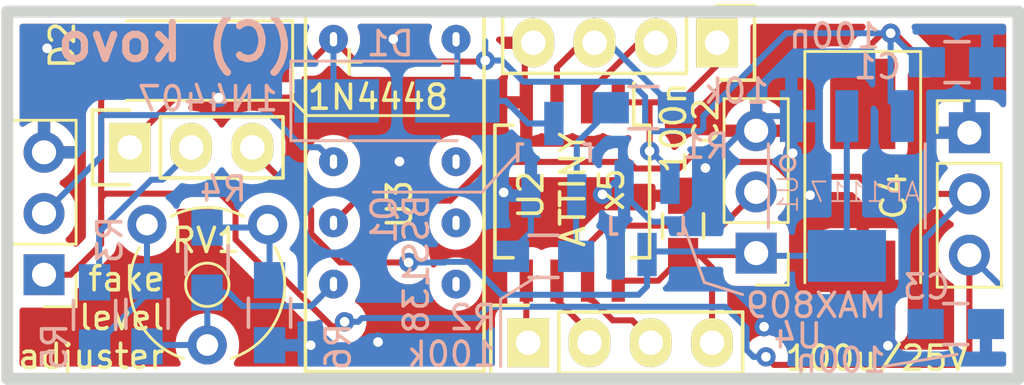
<source format=kicad_pcb>
(kicad_pcb (version 20200518) (host pcbnew "5.99.0-unknown-6083c08~88~ubuntu18.04.1")

  (general
    (thickness 1.6)
    (drawings 16)
    (tracks 290)
    (modules 24)
    (nets 19)
  )

  (paper "A4")
  (layers
    (0 "F.Cu" signal)
    (31 "B.Cu" signal)
    (32 "B.Adhes" user)
    (33 "F.Adhes" user)
    (34 "B.Paste" user)
    (35 "F.Paste" user)
    (36 "B.SilkS" user)
    (37 "F.SilkS" user)
    (38 "B.Mask" user hide)
    (39 "F.Mask" user hide)
    (40 "Dwgs.User" user)
    (41 "Cmts.User" user)
    (42 "Eco1.User" user)
    (43 "Eco2.User" user)
    (44 "Edge.Cuts" user)
    (45 "Margin" user)
    (46 "B.CrtYd" user)
    (47 "F.CrtYd" user)
    (48 "B.Fab" user)
    (49 "F.Fab" user)
  )

  (setup
    (last_trace_width 0.25)
    (trace_clearance 0.2)
    (zone_clearance 0.508)
    (zone_45_only no)
    (trace_min 0.2)
    (clearance_min 0)
    (via_min_annulus 0.05)
    (via_min_size 0.4)
    (through_hole_min 0.3)
    (hole_to_hole_min 0.25)
    (via_size 0.8)
    (via_drill 0.4)
    (uvia_size 0.3)
    (uvia_drill 0.1)
    (uvias_allowed no)
    (uvia_min_size 0.2)
    (uvia_min_drill 0.1)
    (max_error 0.005)
    (defaults
      (edge_clearance 0.01)
      (edge_cuts_line_width 0.05)
      (courtyard_line_width 0.05)
      (copper_line_width 0.2)
      (copper_text_dims (size 1.5 1.5) (thickness 0.3) keep_upright)
      (silk_line_width 0.12)
      (silk_text_dims (size 1 1) (thickness 0.15) keep_upright)
      (fab_layers_line_width 0.1)
      (fab_layers_text_dims (size 1 1) (thickness 0.15) keep_upright)
      (other_layers_line_width 0.1)
      (other_layers_text_dims (size 1 1) (thickness 0.15) keep_upright)
      (dimension_units 0)
      (dimension_precision 1)
    )
    (pad_size 1.524 1.524)
    (pad_drill 0.762)
    (pad_to_mask_clearance 0.051)
    (solder_mask_min_width 0.25)
    (aux_axis_origin 0 0)
    (visible_elements FFFFFF7F)
    (pcbplotparams
      (layerselection 0x310ff_ffffffff)
      (usegerberextensions true)
      (usegerberattributes false)
      (usegerberadvancedattributes false)
      (creategerberjobfile false)
      (svguseinch false)
      (svgprecision 6)
      (excludeedgelayer true)
      (linewidth 0.050000)
      (plotframeref false)
      (viasonmask false)
      (mode 1)
      (useauxorigin false)
      (hpglpennumber 1)
      (hpglpenspeed 20)
      (hpglpendiameter 15.000000)
      (psnegative false)
      (psa4output false)
      (plotreference true)
      (plotvalue true)
      (plotinvisibletext false)
      (sketchpadsonfab false)
      (subtractmaskfromsilk false)
      (outputformat 1)
      (mirror false)
      (drillshape 0)
      (scaleselection 1)
      (outputdirectory "prod")
    )
  )

  (net 0 "")
  (net 1 "+12V")
  (net 2 "GND")
  (net 3 "5V")
  (net 4 "Net-(D1-Pad2)")
  (net 5 "Net-(J1-Pad2)")
  (net 6 "Net-(R3-Pad1)")
  (net 7 "Net-(C3-Pad1)")
  (net 8 "+12VA")
  (net 9 "Net-(J3-Pad3)")
  (net 10 "Net-(J3-Pad2)")
  (net 11 "Net-(J3-Pad1)")
  (net 12 "Net-(J4-Pad3)")
  (net 13 "Net-(J4-Pad2)")
  (net 14 "/RESET")
  (net 15 "Net-(JP2-Pad2)")
  (net 16 "Net-(Q1-Pad1)")
  (net 17 "Net-(R3-Pad2)")
  (net 18 "Net-(R4-Pad1)")

  (net_class "Default" "This is the default net class."
    (clearance 0.2)
    (trace_width 0.25)
    (via_dia 0.8)
    (via_drill 0.4)
    (uvia_dia 0.3)
    (uvia_drill 0.1)
    (add_net "+12V")
    (add_net "+12VA")
    (add_net "/RESET")
    (add_net "5V")
    (add_net "GND")
    (add_net "Net-(C3-Pad1)")
    (add_net "Net-(D1-Pad2)")
    (add_net "Net-(J1-Pad2)")
    (add_net "Net-(J3-Pad1)")
    (add_net "Net-(J3-Pad2)")
    (add_net "Net-(J3-Pad3)")
    (add_net "Net-(J4-Pad2)")
    (add_net "Net-(J4-Pad3)")
    (add_net "Net-(JP2-Pad2)")
    (add_net "Net-(Q1-Pad1)")
    (add_net "Net-(R3-Pad1)")
    (add_net "Net-(R3-Pad2)")
    (add_net "Net-(R4-Pad1)")
  )

  (module "modules:FUJITSU-NA-SERIES" (layer "F.Cu") (tedit 5CFA66AB) (tstamp 00000000-0000-0000-0000-00005d1b64ed)
    (at 202.6412 -53.2892 -90)
    (path "/00000000-0000-0000-0000-00005cfa79d1")
    (fp_text reference "U3" (at 7.9502 3.5052 90) (layer "F.SilkS")
      (effects (font (size 1 1) (thickness 0.15)))
    )
    (fp_text value "Fujitsu_NA-Series" (at 7.6327 2.9972 90) (layer "F.Fab")
      (effects (font (size 1 1) (thickness 0.15)))
    )
    (fp_line (start 1.524 5.588) (end 2.54 5.588) (layer "F.SilkS") (width 0.15))
    (fp_line (start 2.032 6.096) (end 2.032 5.08) (layer "F.SilkS") (width 0.15))
    (fp_line (start 0 7.4) (end 0 0) (layer "F.SilkS") (width 0.15))
    (fp_line (start 14.9 7.4) (end 0 7.4) (layer "F.SilkS") (width 0.15))
    (fp_line (start 14.9 0) (end 14.9 7.4) (layer "F.SilkS") (width 0.15))
    (fp_line (start 0 0) (end 14.9 0) (layer "F.SilkS") (width 0.15))
    (pad "1" thru_hole circle (at 1.1 6.24 270) (size 1.2 1.2) (drill oval 0.6 0.3) (layers *.Cu *.Mask)
      (net 1 "+12V") (tstamp cf0465f2-f883-4c1b-816f-1d1847ff413c))
    (pad "3" thru_hole circle (at 6.18 6.24 270) (size 1.2 1.2) (drill oval 0.6 0.3) (layers *.Cu *.Mask)
      (net 5 "Net-(J1-Pad2)") (tstamp f05e9c55-ca20-4e56-ab7e-ca25deaf238f))
    (pad "4" thru_hole circle (at 8.72 6.24 270) (size 1.2 1.2) (drill oval 0.6 0.3) (layers *.Cu *.Mask)
      (net 7 "Net-(C3-Pad1)") (tstamp c438e0de-dac0-471c-823f-77794e9667ff))
    (pad "5" thru_hole circle (at 11.26 6.24 270) (size 1.2 1.2) (drill oval 0.6 0.3) (layers *.Cu *.Mask)
      (net 6 "Net-(R3-Pad1)") (tstamp e425d55e-7375-4769-81ae-75ffec962c70))
    (pad "8" thru_hole circle (at 11.26 1.16 270) (size 1.2 1.2) (drill oval 0.6 0.3) (layers *.Cu *.Mask) (tstamp 6d779746-b92a-4e1b-9bd8-eada214ad28f))
    (pad "9" thru_hole circle (at 8.72 1.16 270) (size 1.2 1.2) (drill oval 0.6 0.3) (layers *.Cu *.Mask) (tstamp 31ef7250-306c-4ebe-b369-3936b9d467bc))
    (pad "10" thru_hole circle (at 6.18 1.16 270) (size 1.2 1.2) (drill oval 0.6 0.3) (layers *.Cu *.Mask) (tstamp bf97085b-330a-43e9-a29e-bc29962556fc))
    (pad "12" thru_hole circle (at 1.1 1.16 270) (size 1.2 1.2) (drill oval 0.6 0.3) (layers *.Cu *.Mask)
      (net 4 "Net-(D1-Pad2)") (tstamp 4271f52b-824a-4481-b2d4-a8b1495d842f))
  )

  (module "Resistors_SMD.pretty:R_0805_HandSoldering" (layer "B.Cu") (tedit 54189DEE) (tstamp 00000000-0000-0000-0000-00005d3851c1)
    (at 209.2452 -49.34966)
    (descr "Resistor SMD 0805, hand soldering")
    (tags "resistor 0805")
    (path "/00000000-0000-0000-0000-00005cfa7d68")
    (attr smd)
    (fp_text reference "R1" (at 2.5908 1.59766) (layer "B.SilkS")
      (effects (font (size 1 1) (thickness 0.15)) (justify mirror))
    )
    (fp_text value "10k" (at 3.8608 -0.68834 180) (layer "B.SilkS")
      (effects (font (size 1 1) (thickness 0.15)) (justify mirror))
    )
    (fp_line (start -2.4 1) (end 2.4 1) (layer "B.CrtYd") (width 0.05))
    (fp_line (start -2.4 -1) (end 2.4 -1) (layer "B.CrtYd") (width 0.05))
    (fp_line (start -2.4 1) (end -2.4 -1) (layer "B.CrtYd") (width 0.05))
    (fp_line (start 2.4 1) (end 2.4 -1) (layer "B.CrtYd") (width 0.05))
    (fp_line (start 0.6 -0.875) (end -0.6 -0.875) (layer "B.SilkS") (width 0.15))
    (fp_line (start -0.6 0.875) (end 0.6 0.875) (layer "B.SilkS") (width 0.15))
    (pad "2" smd rect (at 1.35 0) (size 1.5 1.3) (layers "B.Cu" "B.Paste" "B.Mask")
      (net 12 "Net-(J4-Pad3)") (tstamp 66f1ca66-ae5c-4187-8bbc-9530faa0b215))
    (pad "1" smd rect (at -1.35 0) (size 1.5 1.3) (layers "B.Cu" "B.Paste" "B.Mask")
      (net 16 "Net-(Q1-Pad1)") (tstamp ebc196a3-11e6-4189-b8bf-ca7cd2710373))
    (model "Resistors_SMD.3dshapes/R_0805_HandSoldering.wrl"
      (at (xyz 0 0 0))
      (scale (xyz 1 1 1))
      (rotate (xyz 0 0 0))
    )
  )

  (module "Housings_SOIC:SO-8_5.3x6.2mm_Pitch1.27mm" (layer "F.Cu") (tedit 59920130) (tstamp 00000000-0000-0000-0000-00005d1b7719)
    (at 206.2988 -45.8724 -90)
    (descr "8-Lead Plastic Small Outline, 5.3x6.2mm Body (http://www.ti.com.cn/cn/lit/ds/symlink/tl7705a.pdf)")
    (tags "SOIC 1.27")
    (path "/00000000-0000-0000-0000-00005cfaf606")
    (attr smd)
    (fp_text reference "U2" (at 0.1397 1.71704 90) (layer "F.SilkS")
      (effects (font (size 1 1) (thickness 0.15)))
    )
    (fp_text value "ATtiny25-20PU" (at 0 4.13 90) (layer "F.Fab")
      (effects (font (size 1 1) (thickness 0.15)))
    )
    (fp_line (start -2.75 -2.55) (end -4.5 -2.55) (layer "F.SilkS") (width 0.15))
    (fp_line (start -2.75 3.205) (end 2.75 3.205) (layer "F.SilkS") (width 0.15))
    (fp_line (start -2.75 -3.205) (end 2.75 -3.205) (layer "F.SilkS") (width 0.15))
    (fp_line (start -2.75 3.205) (end -2.75 2.455) (layer "F.SilkS") (width 0.15))
    (fp_line (start 2.75 3.205) (end 2.75 2.455) (layer "F.SilkS") (width 0.15))
    (fp_line (start 2.75 -3.205) (end 2.75 -2.455) (layer "F.SilkS") (width 0.15))
    (fp_line (start -2.75 -3.205) (end -2.75 -2.55) (layer "F.SilkS") (width 0.15))
    (fp_line (start -4.83 3.35) (end 4.83 3.35) (layer "F.CrtYd") (width 0.05))
    (fp_line (start -4.83 -3.35) (end 4.83 -3.35) (layer "F.CrtYd") (width 0.05))
    (fp_line (start 4.83 -3.35) (end 4.83 3.35) (layer "F.CrtYd") (width 0.05))
    (fp_line (start -4.83 -3.35) (end -4.83 3.35) (layer "F.CrtYd") (width 0.05))
    (fp_line (start -2.65 -2.1) (end -1.65 -3.1) (layer "F.Fab") (width 0.15))
    (fp_line (start -2.65 3.1) (end -2.65 -2.1) (layer "F.Fab") (width 0.15))
    (fp_line (start 2.65 3.1) (end -2.65 3.1) (layer "F.Fab") (width 0.15))
    (fp_line (start 2.65 -3.1) (end 2.65 3.1) (layer "F.Fab") (width 0.15))
    (fp_line (start -1.65 -3.1) (end 2.65 -3.1) (layer "F.Fab") (width 0.15))
    (fp_text user "${REFERENCE}" (at 0 0 90) (layer "F.Fab")
      (effects (font (size 1 1) (thickness 0.15)))
    )
    (pad "1" smd rect (at -3.7 -1.905 270) (size 1.75 0.55) (layers "F.Cu" "F.Paste" "F.Mask")
      (net 14 "/RESET") (tstamp 1ef9ff32-1f12-4145-9238-5bb1ff9107f7))
    (pad "2" smd rect (at -3.7 -0.635 270) (size 1.75 0.55) (layers "F.Cu" "F.Paste" "F.Mask")
      (net 13 "Net-(J4-Pad2)") (tstamp ce31f0dd-9344-4b45-a681-4143ae893e7c))
    (pad "3" smd rect (at -3.7 0.635 270) (size 1.75 0.55) (layers "F.Cu" "F.Paste" "F.Mask")
      (net 12 "Net-(J4-Pad3)") (tstamp cdb3f344-f993-4aaa-84f8-e5f5fd9fb482))
    (pad "4" smd rect (at -3.7 1.905 270) (size 1.75 0.55) (layers "F.Cu" "F.Paste" "F.Mask")
      (net 2 "GND") (tstamp cee03694-44db-463c-ac08-cd672150cad2))
    (pad "5" smd rect (at 3.7 1.905 270) (size 1.75 0.55) (layers "F.Cu" "F.Paste" "F.Mask")
      (net 11 "Net-(J3-Pad1)") (tstamp 58176a33-f1cd-407a-ba20-561a61492618))
    (pad "6" smd rect (at 3.7 0.635 270) (size 1.75 0.55) (layers "F.Cu" "F.Paste" "F.Mask")
      (net 10 "Net-(J3-Pad2)") (tstamp 0a8e025e-18ed-4bb7-ad91-dce11c346d5c))
    (pad "7" smd rect (at 3.7 -0.635 270) (size 1.75 0.55) (layers "F.Cu" "F.Paste" "F.Mask")
      (net 9 "Net-(J3-Pad3)") (tstamp f40f6a16-0829-4bc6-a83d-88c90b6934de))
    (pad "8" smd rect (at 3.7 -1.905 270) (size 1.75 0.55) (layers "F.Cu" "F.Paste" "F.Mask")
      (net 3 "5V") (tstamp 0a60001b-cd2f-4212-926f-df96401029e0))
    (model "${KISYS3DMOD}/Housings_SOIC.3dshapes/SO-8_5.3x6.2mm_Pitch1.27mm.wrl"
      (at (xyz 0 0 0))
      (scale (xyz 1 1 1))
      (rotate (xyz 0 0 0))
    )
  )

  (module "Pin_Headers.pretty:Pin_Header_Straight_1x03" (layer "F.Cu") (tedit 0) (tstamp 00000000-0000-0000-0000-00005d1a8391)
    (at 187.96 -47.7012 90)
    (descr "Through hole pin header")
    (tags "pin header")
    (path "/00000000-0000-0000-0000-00005d1b036e")
    (fp_text reference "JP2" (at 0 -5.1 90) (layer "F.SilkS") hide
      (effects (font (size 1 1) (thickness 0.15)))
    )
    (fp_text value "Jumper_3_Bridged12" (at 0 -3.1 90) (layer "F.Fab") hide
      (effects (font (size 1 1) (thickness 0.15)))
    )
    (fp_line (start -1.75 -1.75) (end -1.75 6.85) (layer "F.CrtYd") (width 0.05))
    (fp_line (start 1.75 -1.75) (end 1.75 6.85) (layer "F.CrtYd") (width 0.05))
    (fp_line (start -1.75 -1.75) (end 1.75 -1.75) (layer "F.CrtYd") (width 0.05))
    (fp_line (start -1.75 6.85) (end 1.75 6.85) (layer "F.CrtYd") (width 0.05))
    (fp_line (start -1.27 1.27) (end -1.27 6.35) (layer "F.SilkS") (width 0.15))
    (fp_line (start -1.27 6.35) (end 1.27 6.35) (layer "F.SilkS") (width 0.15))
    (fp_line (start 1.27 6.35) (end 1.27 1.27) (layer "F.SilkS") (width 0.15))
    (fp_line (start 1.55 -1.55) (end 1.55 0) (layer "F.SilkS") (width 0.15))
    (fp_line (start 1.27 1.27) (end -1.27 1.27) (layer "F.SilkS") (width 0.15))
    (fp_line (start -1.55 0) (end -1.55 -1.55) (layer "F.SilkS") (width 0.15))
    (fp_line (start -1.55 -1.55) (end 1.55 -1.55) (layer "F.SilkS") (width 0.15))
    (pad "3" thru_hole oval (at 0 5.08 90) (size 2.032 1.7272) (drill 1.016) (layers *.Cu *.Mask "F.SilkS")
      (net 3 "5V") (tstamp d8c5e5e3-aa08-4bde-a5a2-71dd317fef6f))
    (pad "2" thru_hole oval (at 0 2.54 90) (size 2.032 1.7272) (drill 1.016) (layers *.Cu *.Mask "F.SilkS")
      (net 15 "Net-(JP2-Pad2)") (tstamp 83b909f2-9e2f-49ca-8de4-8e9f68f62ff6))
    (pad "1" thru_hole rect (at 0 0 90) (size 2.032 1.7272) (drill 1.016) (layers *.Cu *.Mask "F.SilkS")
      (net 1 "+12V") (tstamp b7ba729b-642c-4fc8-bfbc-8fff5a61be3e))
    (model "Pin_Headers.3dshapes/Pin_Header_Straight_1x03.wrl"
      (offset (xyz 0 -2.539999961853027 0))
      (scale (xyz 1 1 1))
      (rotate (xyz 0 0 90))
    )
  )

  (module "Pin_Headers.pretty:Pin_Header_Straight_1x04" (layer "F.Cu") (tedit 0) (tstamp 00000000-0000-0000-0000-00005d1a837c)
    (at 212.30336 -52.0446 -90)
    (descr "Through hole pin header")
    (tags "pin header")
    (path "/00000000-0000-0000-0000-00005d19fdc9")
    (fp_text reference "J4" (at 0.9906 -2.32664 90) (layer "F.SilkS") hide
      (effects (font (size 1 1) (thickness 0.15)))
    )
    (fp_text value "Conn_01x04_Female" (at 0 -3.1 90) (layer "F.Fab") hide
      (effects (font (size 1 1) (thickness 0.15)))
    )
    (fp_line (start -1.75 -1.75) (end -1.75 9.4) (layer "F.CrtYd") (width 0.05))
    (fp_line (start 1.75 -1.75) (end 1.75 9.4) (layer "F.CrtYd") (width 0.05))
    (fp_line (start -1.75 -1.75) (end 1.75 -1.75) (layer "F.CrtYd") (width 0.05))
    (fp_line (start -1.75 9.4) (end 1.75 9.4) (layer "F.CrtYd") (width 0.05))
    (fp_line (start -1.27 1.27) (end -1.27 8.89) (layer "F.SilkS") (width 0.15))
    (fp_line (start 1.27 1.27) (end 1.27 8.89) (layer "F.SilkS") (width 0.15))
    (fp_line (start 1.55 -1.55) (end 1.55 0) (layer "F.SilkS") (width 0.15))
    (fp_line (start -1.27 8.89) (end 1.27 8.89) (layer "F.SilkS") (width 0.15))
    (fp_line (start 1.27 1.27) (end -1.27 1.27) (layer "F.SilkS") (width 0.15))
    (fp_line (start -1.55 0) (end -1.55 -1.55) (layer "F.SilkS") (width 0.15))
    (fp_line (start -1.55 -1.55) (end 1.55 -1.55) (layer "F.SilkS") (width 0.15))
    (pad "4" thru_hole oval (at 0 7.62 270) (size 2.032 1.7272) (drill 1.016) (layers *.Cu *.Mask "F.SilkS")
      (net 2 "GND") (tstamp 8df6ecc8-8a94-4d52-87c1-9a2d17e97412))
    (pad "3" thru_hole oval (at 0 5.08 270) (size 2.032 1.7272) (drill 1.016) (layers *.Cu *.Mask "F.SilkS")
      (net 12 "Net-(J4-Pad3)") (tstamp 448c6fcd-3d14-45e3-94e5-dffc920a608a))
    (pad "2" thru_hole oval (at 0 2.54 270) (size 2.032 1.7272) (drill 1.016) (layers *.Cu *.Mask "F.SilkS")
      (net 13 "Net-(J4-Pad2)") (tstamp 0e7282d1-2ccc-4b9e-bdfc-76483727c374))
    (pad "1" thru_hole rect (at 0 0 270) (size 2.032 1.7272) (drill 1.016) (layers *.Cu *.Mask "F.SilkS")
      (net 14 "/RESET") (tstamp fe079a34-7118-4cd0-9c2b-feac8396513e))
    (model "Pin_Headers.3dshapes/Pin_Header_Straight_1x04.wrl"
      (offset (xyz 0 -3.809999942779541 0))
      (scale (xyz 1 1 1))
      (rotate (xyz 0 0 90))
    )
  )

  (module "Pin_Headers.pretty:Pin_Header_Straight_1x04" (layer "F.Cu") (tedit 0) (tstamp 00000000-0000-0000-0000-00005d1a8369)
    (at 204.47254 -39.5986 90)
    (descr "Through hole pin header")
    (tags "pin header")
    (path "/00000000-0000-0000-0000-00005d1ab258")
    (fp_text reference "J3" (at 0 -5.1 90) (layer "F.SilkS") hide
      (effects (font (size 1 1) (thickness 0.15)))
    )
    (fp_text value "Conn_01x04_Female" (at 0 -3.1 90) (layer "F.Fab") hide
      (effects (font (size 1 1) (thickness 0.15)))
    )
    (fp_line (start -1.75 -1.75) (end -1.75 9.4) (layer "F.CrtYd") (width 0.05))
    (fp_line (start 1.75 -1.75) (end 1.75 9.4) (layer "F.CrtYd") (width 0.05))
    (fp_line (start -1.75 -1.75) (end 1.75 -1.75) (layer "F.CrtYd") (width 0.05))
    (fp_line (start -1.75 9.4) (end 1.75 9.4) (layer "F.CrtYd") (width 0.05))
    (fp_line (start -1.27 1.27) (end -1.27 8.89) (layer "F.SilkS") (width 0.15))
    (fp_line (start 1.27 1.27) (end 1.27 8.89) (layer "F.SilkS") (width 0.15))
    (fp_line (start 1.55 -1.55) (end 1.55 0) (layer "F.SilkS") (width 0.15))
    (fp_line (start -1.27 8.89) (end 1.27 8.89) (layer "F.SilkS") (width 0.15))
    (fp_line (start 1.27 1.27) (end -1.27 1.27) (layer "F.SilkS") (width 0.15))
    (fp_line (start -1.55 0) (end -1.55 -1.55) (layer "F.SilkS") (width 0.15))
    (fp_line (start -1.55 -1.55) (end 1.55 -1.55) (layer "F.SilkS") (width 0.15))
    (pad "4" thru_hole oval (at 0 7.62 90) (size 2.032 1.7272) (drill 1.016) (layers *.Cu *.Mask "F.SilkS")
      (net 3 "5V") (tstamp a501acd6-c319-4355-b594-62be530b371d))
    (pad "3" thru_hole oval (at 0 5.08 90) (size 2.032 1.7272) (drill 1.016) (layers *.Cu *.Mask "F.SilkS")
      (net 9 "Net-(J3-Pad3)") (tstamp fe5c77fe-c014-4242-be77-3f7c9476b1f1))
    (pad "2" thru_hole oval (at 0 2.54 90) (size 2.032 1.7272) (drill 1.016) (layers *.Cu *.Mask "F.SilkS")
      (net 10 "Net-(J3-Pad2)") (tstamp 76abb35e-01bd-41b0-b2cf-d518be8057a1))
    (pad "1" thru_hole rect (at 0 0 90) (size 2.032 1.7272) (drill 1.016) (layers *.Cu *.Mask "F.SilkS")
      (net 11 "Net-(J3-Pad1)") (tstamp 445a9118-52bc-4010-b1f9-e7650d897a4e))
    (model "Pin_Headers.3dshapes/Pin_Header_Straight_1x04.wrl"
      (offset (xyz 0 -3.809999942779541 0))
      (scale (xyz 1 1 1))
      (rotate (xyz 0 0 90))
    )
  )

  (module "Capacitors_Tantalum_SMD:CP_Tantalum_Case-D_EIA-7343-31_Hand" (layer "F.Cu") (tedit 58CC8C08) (tstamp 00000000-0000-0000-0000-00005d1c9cd9)
    (at 218.3384 -45.7327 -90)
    (descr "Tantalum capacitor, Case D, EIA 7343-31, 7.3x4.3x2.8mm, Hand soldering footprint")
    (tags "capacitor tantalum smd")
    (path "/00000000-0000-0000-0000-00005d1c05b5")
    (attr smd)
    (fp_text reference "C4" (at 0.0508 -1.2827 -90) (layer "F.SilkS")
      (effects (font (size 1 1) (thickness 0.15)))
    )
    (fp_text value "100u/25V" (at 6.7818 -0.5842) (layer "F.SilkS")
      (effects (font (size 1 1) (thickness 0.15)))
    )
    (fp_line (start -5.95 -2.4) (end -5.95 2.4) (layer "F.SilkS") (width 0.12))
    (fp_line (start -5.95 2.4) (end 3.65 2.4) (layer "F.SilkS") (width 0.12))
    (fp_line (start -5.95 -2.4) (end 3.65 -2.4) (layer "F.SilkS") (width 0.12))
    (fp_line (start -2.555 -2.15) (end -2.555 2.15) (layer "F.Fab") (width 0.1))
    (fp_line (start -2.92 -2.15) (end -2.92 2.15) (layer "F.Fab") (width 0.1))
    (fp_line (start 3.65 -2.15) (end -3.65 -2.15) (layer "F.Fab") (width 0.1))
    (fp_line (start 3.65 2.15) (end 3.65 -2.15) (layer "F.Fab") (width 0.1))
    (fp_line (start -3.65 2.15) (end 3.65 2.15) (layer "F.Fab") (width 0.1))
    (fp_line (start -3.65 -2.15) (end -3.65 2.15) (layer "F.Fab") (width 0.1))
    (fp_line (start 6.05 -2.5) (end -6.05 -2.5) (layer "F.CrtYd") (width 0.05))
    (fp_line (start 6.05 2.5) (end 6.05 -2.5) (layer "F.CrtYd") (width 0.05))
    (fp_line (start -6.05 2.5) (end 6.05 2.5) (layer "F.CrtYd") (width 0.05))
    (fp_line (start -6.05 -2.5) (end -6.05 2.5) (layer "F.CrtYd") (width 0.05))
    (fp_text user "${REFERENCE}" (at 0 0 -90) (layer "F.Fab")
      (effects (font (size 1 1) (thickness 0.15)))
    )
    (pad "1" smd rect (at -3.775 0 270) (size 3.75 2.7) (layers "F.Cu" "F.Paste" "F.Mask")
      (net 1 "+12V") (tstamp 26431dcf-4764-4745-8e26-8da432d1175d))
    (pad "2" smd rect (at 3.775 0 270) (size 3.75 2.7) (layers "F.Cu" "F.Paste" "F.Mask")
      (net 2 "GND") (tstamp ddb5e592-44cc-497d-a2b9-47f7ead71619))
    (model "Capacitors_Tantalum_SMD.3dshapes/CP_Tantalum_Case-D_EIA-7343-31.wrl"
      (at (xyz 0 0 0))
      (scale (xyz 1 1 1))
      (rotate (xyz 0 0 0))
    )
  )

  (module "modules:AB2_SOT223" (layer "B.Cu") (tedit 5AD0CA8A) (tstamp 00000000-0000-0000-0000-00005d1c8d67)
    (at 217.678 -46.101)
    (path "/00000000-0000-0000-0000-00005d2151a0")
    (fp_text reference "U1" (at -2.4384 0.3302 270) (layer "B.SilkS")
      (effects (font (size 0.8128 0.8128) (thickness 0.0762)) (justify mirror))
    )
    (fp_text value "AP1117" (at 0.762 0.254) (layer "B.SilkS")
      (effects (font (size 0.8128 0.8128) (thickness 0.0762)) (justify mirror))
    )
    (fp_circle (center -2.45 -0.95) (end -2.15 -0.95) (layer "B.SilkS") (width 0.127))
    (fp_line (start 3.25 1.75) (end 3.25 -1.75) (layer "B.SilkS") (width 0.127))
    (fp_line (start -3.25 -1.75) (end -3.25 1.75) (layer "B.SilkS") (width 0.127))
    (pad "3" smd rect (at 2.3 -2.9) (size 0.95 2.15) (layers "B.Cu" "B.Paste" "B.Mask")
      (net 1 "+12V") (tstamp 8e1e933c-1c16-4628-9e80-0d33f80708ad))
    (pad "2" smd rect (at 0 -2.9) (size 0.95 2.15) (layers "B.Cu" "B.Paste" "B.Mask")
      (net 3 "5V") (tstamp 728faaaa-bd58-4049-ac98-d94ee6e30e64))
    (pad "1" smd rect (at -2.3 -2.9) (size 0.95 2.15) (layers "B.Cu" "B.Paste" "B.Mask")
      (net 2 "GND") (tstamp 4882346b-a5e6-4e7b-a5cb-cdae6549557f))
    (pad "2" smd rect (at 0 2.9) (size 3.25 2.15) (layers "B.Cu" "B.Paste" "B.Mask")
      (net 3 "5V") (tstamp b7c9bf38-246d-459e-9c95-4de1723ac190))
    (model "../3d_models/ab2_sot/AB2_SOT223.wrl"
      (at (xyz 0 0 0))
      (scale (xyz 0.3937 0.3937 0.3937))
      (rotate (xyz 0 0 0))
    )
  )

  (module "Pin_Headers:Pin_Header_Straight_1x03_Pitch2.54mm" (layer "F.Cu") (tedit 59650532) (tstamp 00000000-0000-0000-0000-00005cfa4fd0)
    (at 222.758 -48.3108)
    (descr "Through hole straight pin header, 1x03, 2.54mm pitch, single row")
    (tags "Through hole pin header THT 1x03 2.54mm single row")
    (path "/00000000-0000-0000-0000-00005cfabe70")
    (fp_text reference "J2" (at 0 -2.33) (layer "F.SilkS") hide
      (effects (font (size 1 1) (thickness 0.15)))
    )
    (fp_text value "Conn_01x03_Male" (at 0 7.41) (layer "F.Fab") hide
      (effects (font (size 1 1) (thickness 0.15)))
    )
    (fp_line (start -0.635 -1.27) (end 1.27 -1.27) (layer "F.Fab") (width 0.1))
    (fp_line (start 1.27 -1.27) (end 1.27 6.35) (layer "F.Fab") (width 0.1))
    (fp_line (start 1.27 6.35) (end -1.27 6.35) (layer "F.Fab") (width 0.1))
    (fp_line (start -1.27 6.35) (end -1.27 -0.635) (layer "F.Fab") (width 0.1))
    (fp_line (start -1.27 -0.635) (end -0.635 -1.27) (layer "F.Fab") (width 0.1))
    (fp_line (start -1.33 6.41) (end 1.33 6.41) (layer "F.SilkS") (width 0.12))
    (fp_line (start -1.33 1.27) (end -1.33 6.41) (layer "F.SilkS") (width 0.12))
    (fp_line (start 1.33 1.27) (end 1.33 6.41) (layer "F.SilkS") (width 0.12))
    (fp_line (start -1.33 1.27) (end 1.33 1.27) (layer "F.SilkS") (width 0.12))
    (fp_line (start -1.33 0) (end -1.33 -1.33) (layer "F.SilkS") (width 0.12))
    (fp_line (start -1.33 -1.33) (end 0 -1.33) (layer "F.SilkS") (width 0.12))
    (fp_line (start -1.8 -1.8) (end -1.8 6.85) (layer "F.CrtYd") (width 0.05))
    (fp_line (start -1.8 6.85) (end 1.8 6.85) (layer "F.CrtYd") (width 0.05))
    (fp_line (start 1.8 6.85) (end 1.8 -1.8) (layer "F.CrtYd") (width 0.05))
    (fp_line (start 1.8 -1.8) (end -1.8 -1.8) (layer "F.CrtYd") (width 0.05))
    (fp_text user "${REFERENCE}" (at 0 2.54 90) (layer "F.Fab")
      (effects (font (size 1 1) (thickness 0.15)))
    )
    (pad "1" thru_hole rect (at 0 0) (size 1.7 1.7) (drill 1) (layers *.Cu *.Mask)
      (net 2 "GND") (tstamp f7eafcd1-ec36-4454-b298-34ecd812967c))
    (pad "2" thru_hole oval (at 0 2.54) (size 1.7 1.7) (drill 1) (layers *.Cu *.Mask)
      (net 7 "Net-(C3-Pad1)") (tstamp e7d9a0aa-6cc1-482f-bd67-94a3d8402902))
    (pad "3" thru_hole oval (at 0 5.08) (size 1.7 1.7) (drill 1) (layers *.Cu *.Mask)
      (net 8 "+12VA") (tstamp dfc8468f-f42b-45f2-b9e5-7ac8683f69dc))
    (model "${KISYS3DMOD}/Pin_Headers.3dshapes/Pin_Header_Straight_1x03_Pitch2.54mm.wrl"
      (at (xyz 0 0 0))
      (scale (xyz 1 1 1))
      (rotate (xyz 0 0 0))
    )
  )

  (module "Pin_Headers:Pin_Header_Straight_1x03_Pitch2.54mm" (layer "F.Cu") (tedit 59650532) (tstamp 00000000-0000-0000-0000-00005d1b855d)
    (at 184.404 -42.418 180)
    (descr "Through hole straight pin header, 1x03, 2.54mm pitch, single row")
    (tags "Through hole pin header THT 1x03 2.54mm single row")
    (path "/00000000-0000-0000-0000-00005cfa984e")
    (fp_text reference "J1" (at 0 -2.33) (layer "F.SilkS") hide
      (effects (font (size 1 1) (thickness 0.15)))
    )
    (fp_text value "Conn_01x03_Male" (at 0 7.41) (layer "F.Fab") hide
      (effects (font (size 1 1) (thickness 0.15)))
    )
    (fp_line (start -0.635 -1.27) (end 1.27 -1.27) (layer "F.Fab") (width 0.1))
    (fp_line (start 1.27 -1.27) (end 1.27 6.35) (layer "F.Fab") (width 0.1))
    (fp_line (start 1.27 6.35) (end -1.27 6.35) (layer "F.Fab") (width 0.1))
    (fp_line (start -1.27 6.35) (end -1.27 -0.635) (layer "F.Fab") (width 0.1))
    (fp_line (start -1.27 -0.635) (end -0.635 -1.27) (layer "F.Fab") (width 0.1))
    (fp_line (start -1.33 6.41) (end 1.33 6.41) (layer "F.SilkS") (width 0.12))
    (fp_line (start -1.33 1.27) (end -1.33 6.41) (layer "F.SilkS") (width 0.12))
    (fp_line (start 1.33 1.27) (end 1.33 6.41) (layer "F.SilkS") (width 0.12))
    (fp_line (start -1.33 1.27) (end 1.33 1.27) (layer "F.SilkS") (width 0.12))
    (fp_line (start -1.33 0) (end -1.33 -1.33) (layer "F.SilkS") (width 0.12))
    (fp_line (start -1.33 -1.33) (end 0 -1.33) (layer "F.SilkS") (width 0.12))
    (fp_line (start -1.8 -1.8) (end -1.8 6.85) (layer "F.CrtYd") (width 0.05))
    (fp_line (start -1.8 6.85) (end 1.8 6.85) (layer "F.CrtYd") (width 0.05))
    (fp_line (start 1.8 6.85) (end 1.8 -1.8) (layer "F.CrtYd") (width 0.05))
    (fp_line (start 1.8 -1.8) (end -1.8 -1.8) (layer "F.CrtYd") (width 0.05))
    (fp_text user "${REFERENCE}" (at 0 2.54 90) (layer "F.Fab")
      (effects (font (size 1 1) (thickness 0.15)))
    )
    (pad "1" thru_hole rect (at 0 0 180) (size 1.7 1.7) (drill 1) (layers *.Cu *.Mask)
      (net 8 "+12VA") (tstamp b19823ba-a59c-4945-b0b8-f3cae85b6190))
    (pad "2" thru_hole oval (at 0 2.54 180) (size 1.7 1.7) (drill 1) (layers *.Cu *.Mask)
      (net 5 "Net-(J1-Pad2)") (tstamp 54d34b90-07f5-4d41-a1cf-ebc60aec291e))
    (pad "3" thru_hole oval (at 0 5.08 180) (size 1.7 1.7) (drill 1) (layers *.Cu *.Mask)
      (net 2 "GND") (tstamp 6b67e8fc-2558-439a-90b3-1d793fc4ba5e))
    (model "${KISYS3DMOD}/Pin_Headers.3dshapes/Pin_Header_Straight_1x03_Pitch2.54mm.wrl"
      (at (xyz 0 0 0))
      (scale (xyz 1 1 1))
      (rotate (xyz 0 0 0))
    )
  )

  (module "TO_SOT_Packages_SMD.pretty:SOT-23_Handsoldering" (layer "B.Cu") (tedit 54E9291B) (tstamp 00000000-0000-0000-0000-00005d1a844f)
    (at 209.3976 -44.7548)
    (descr "SOT-23, Handsoldering")
    (tags "SOT-23")
    (path "/00000000-0000-0000-0000-00005d1b5336")
    (attr smd)
    (fp_text reference "U4" (at 6.2484 4.8768 180) (layer "B.SilkS")
      (effects (font (size 1 1) (thickness 0.15)) (justify mirror))
    )
    (fp_text value "MAX809" (at 7.0104 3.6068) (layer "B.SilkS")
      (effects (font (size 1 1) (thickness 0.15)) (justify mirror))
    )
    (fp_line (start 1.49982 0.65024) (end 1.49982 -0.0508) (layer "B.SilkS") (width 0.15))
    (fp_line (start 1.29916 0.65024) (end 1.49982 0.65024) (layer "B.SilkS") (width 0.15))
    (fp_line (start -1.49982 0.65024) (end -1.2509 0.65024) (layer "B.SilkS") (width 0.15))
    (fp_line (start -1.49982 -0.0508) (end -1.49982 0.65024) (layer "B.SilkS") (width 0.15))
    (pad "3" smd rect (at 0 1.50114) (size 0.8001 1.80086) (layers "B.Cu" "B.Paste" "B.Mask")
      (net 3 "5V") (tstamp 2404492b-6528-4e19-8a9a-435acd70bfd1))
    (pad "2" smd rect (at 0.95 -1.50114) (size 0.8001 1.80086) (layers "B.Cu" "B.Paste" "B.Mask")
      (net 14 "/RESET") (tstamp 4c8f340f-2b7b-4cb7-b0c4-346ae91052da))
    (pad "1" smd rect (at -0.95 -1.50114) (size 0.8001 1.80086) (layers "B.Cu" "B.Paste" "B.Mask")
      (net 2 "GND") (tstamp 72565117-1f7f-4db6-9950-87b390cb1866))
    (model "TO_SOT_Packages_SMD.3dshapes/SOT-23_Handsoldering.wrl"
      (at (xyz 0 0 0))
      (scale (xyz 1 1 1))
      (rotate (xyz 0 0 0))
    )
  )

  (module "Resistors_SMD.pretty:R_0805_HandSoldering" (layer "B.Cu") (tedit 54189DEE) (tstamp 00000000-0000-0000-0000-00005cfa4fee)
    (at 205.1088 -43.18)
    (descr "Resistor SMD 0805, hand soldering")
    (tags "resistor 0805")
    (path "/00000000-0000-0000-0000-00005cfbcdc7")
    (attr smd)
    (fp_text reference "R2" (at -2.9248 2.54 180) (layer "B.SilkS")
      (effects (font (size 1 1) (thickness 0.15)) (justify mirror))
    )
    (fp_text value "100k" (at -3.8138 4.064 180) (layer "B.SilkS")
      (effects (font (size 1 1) (thickness 0.15)) (justify mirror))
    )
    (fp_line (start -2.4 1) (end 2.4 1) (layer "B.CrtYd") (width 0.05))
    (fp_line (start -2.4 -1) (end 2.4 -1) (layer "B.CrtYd") (width 0.05))
    (fp_line (start -2.4 1) (end -2.4 -1) (layer "B.CrtYd") (width 0.05))
    (fp_line (start 2.4 1) (end 2.4 -1) (layer "B.CrtYd") (width 0.05))
    (fp_line (start 0.6 -0.875) (end -0.6 -0.875) (layer "B.SilkS") (width 0.15))
    (fp_line (start -0.6 0.875) (end 0.6 0.875) (layer "B.SilkS") (width 0.15))
    (pad "2" smd rect (at 1.35 0) (size 1.5 1.3) (layers "B.Cu" "B.Paste" "B.Mask")
      (net 16 "Net-(Q1-Pad1)") (tstamp 4d25b9ac-04e5-4a94-84c5-f179b9c3c0f6))
    (pad "1" smd rect (at -1.35 0) (size 1.5 1.3) (layers "B.Cu" "B.Paste" "B.Mask")
      (net 2 "GND") (tstamp 6e9a90a3-d8a1-45af-b1d7-26ebc7565ae5))
    (model "Resistors_SMD.3dshapes/R_0805_HandSoldering.wrl"
      (at (xyz 0 0 0))
      (scale (xyz 1 1 1))
      (rotate (xyz 0 0 0))
    )
  )

  (module "Pin_Headers:Pin_Header_Straight_1x03_Pitch2.54mm" (layer "F.Cu") (tedit 59650532) (tstamp 00000000-0000-0000-0000-00005d1c8f8a)
    (at 213.92134 -43.31462 180)
    (descr "Through hole straight pin header, 1x03, 2.54mm pitch, single row")
    (tags "Through hole pin header THT 1x03 2.54mm single row")
    (path "/00000000-0000-0000-0000-00005d19d87c")
    (fp_text reference "JP1" (at -2.3622 2.8448 90) (layer "F.SilkS") hide
      (effects (font (size 1 1) (thickness 0.15)))
    )
    (fp_text value "Jumper_3_Bridged12" (at 0 7.41) (layer "F.Fab") hide
      (effects (font (size 1 1) (thickness 0.15)))
    )
    (fp_line (start -0.635 -1.27) (end 1.27 -1.27) (layer "F.Fab") (width 0.1))
    (fp_line (start 1.27 -1.27) (end 1.27 6.35) (layer "F.Fab") (width 0.1))
    (fp_line (start 1.27 6.35) (end -1.27 6.35) (layer "F.Fab") (width 0.1))
    (fp_line (start -1.27 6.35) (end -1.27 -0.635) (layer "F.Fab") (width 0.1))
    (fp_line (start -1.27 -0.635) (end -0.635 -1.27) (layer "F.Fab") (width 0.1))
    (fp_line (start -1.33 6.41) (end 1.33 6.41) (layer "F.SilkS") (width 0.12))
    (fp_line (start -1.33 1.27) (end -1.33 6.41) (layer "F.SilkS") (width 0.12))
    (fp_line (start 1.33 1.27) (end 1.33 6.41) (layer "F.SilkS") (width 0.12))
    (fp_line (start -1.33 1.27) (end 1.33 1.27) (layer "F.SilkS") (width 0.12))
    (fp_line (start -1.33 0) (end -1.33 -1.33) (layer "F.SilkS") (width 0.12))
    (fp_line (start -1.33 -1.33) (end 0 -1.33) (layer "F.SilkS") (width 0.12))
    (fp_line (start -1.8 -1.8) (end -1.8 6.85) (layer "F.CrtYd") (width 0.05))
    (fp_line (start -1.8 6.85) (end 1.8 6.85) (layer "F.CrtYd") (width 0.05))
    (fp_line (start 1.8 6.85) (end 1.8 -1.8) (layer "F.CrtYd") (width 0.05))
    (fp_line (start 1.8 -1.8) (end -1.8 -1.8) (layer "F.CrtYd") (width 0.05))
    (fp_text user "${REFERENCE}" (at 0 2.54 90) (layer "F.Fab") hide
      (effects (font (size 1 1) (thickness 0.15)))
    )
    (pad "1" thru_hole rect (at 0 0 180) (size 1.7 1.7) (drill 1) (layers *.Cu *.Mask)
      (net 3 "5V") (tstamp 06c98bde-465e-4359-8ca3-1d3cc9f9816c))
    (pad "2" thru_hole oval (at 0 2.54 180) (size 1.7 1.7) (drill 1) (layers *.Cu *.Mask)
      (net 9 "Net-(J3-Pad3)") (tstamp 91f868ed-527f-4d5c-8e11-1dc5c85f60b0))
    (pad "3" thru_hole oval (at 0 5.08 180) (size 1.7 1.7) (drill 1) (layers *.Cu *.Mask)
      (net 2 "GND") (tstamp d70a75cf-0118-406b-9d69-7500f7ac6fdd))
    (model "${KISYS3DMOD}/Pin_Headers.3dshapes/Pin_Header_Straight_1x03_Pitch2.54mm.wrl"
      (at (xyz 0 0 0))
      (scale (xyz 1 1 1))
      (rotate (xyz 0 0 0))
    )
  )

  (module "Housings_SOT-23_SOT-143_TSOT-6.pretty:SOT-23_Handsoldering" (layer "B.Cu") (tedit 54E9291B) (tstamp 00000000-0000-0000-0000-00005d1a8c51)
    (at 205.5368 -47.1932 180)
    (descr "SOT-23, Handsoldering")
    (tags "SOT-23")
    (path "/00000000-0000-0000-0000-00005d1ba9b5")
    (attr smd)
    (fp_text reference "Q1" (at 7.0358 -2.4892 90) (layer "B.SilkS")
      (effects (font (size 1 1) (thickness 0.15)) (justify mirror))
    )
    (fp_text value "BSS138" (at 5.7023 -4.3307 90) (layer "B.SilkS")
      (effects (font (size 1 1) (thickness 0.15)) (justify mirror))
    )
    (fp_line (start 1.49982 0.65024) (end 1.49982 -0.0508) (layer "B.SilkS") (width 0.15))
    (fp_line (start 1.29916 0.65024) (end 1.49982 0.65024) (layer "B.SilkS") (width 0.15))
    (fp_line (start -1.49982 0.65024) (end -1.2509 0.65024) (layer "B.SilkS") (width 0.15))
    (fp_line (start -1.49982 -0.0508) (end -1.49982 0.65024) (layer "B.SilkS") (width 0.15))
    (pad "3" smd rect (at 0 1.50114 180) (size 0.8001 1.80086) (layers "B.Cu" "B.Paste" "B.Mask")
      (net 4 "Net-(D1-Pad2)") (tstamp 43b8d619-c07f-4985-a907-46f2359505d4))
    (pad "2" smd rect (at 0.95 -1.50114 180) (size 0.8001 1.80086) (layers "B.Cu" "B.Paste" "B.Mask")
      (net 2 "GND") (tstamp e2989bb8-b144-4c69-96c5-7d9a27a9f7a8))
    (pad "1" smd rect (at -0.95 -1.50114 180) (size 0.8001 1.80086) (layers "B.Cu" "B.Paste" "B.Mask")
      (net 16 "Net-(Q1-Pad1)") (tstamp f5e1be33-528a-40da-beda-fbc32bcd763e))
    (model "Housings_SOT-23_SOT-143_TSOT-6.3dshapes/SOT-23_Handsoldering.wrl"
      (at (xyz 0 0 0))
      (scale (xyz 1 1 1))
      (rotate (xyz 0 0 0))
    )
  )

  (module "Resistors_SMD.pretty:R_0805_HandSoldering" (layer "B.Cu") (tedit 54189DEE) (tstamp 00000000-0000-0000-0000-00005d1a83d5)
    (at 193.7512 -40.8432 90)
    (descr "Resistor SMD 0805, hand soldering")
    (tags "resistor 0805")
    (path "/00000000-0000-0000-0000-00005d1b26d6")
    (attr smd)
    (fp_text reference "R6" (at -1.4097 2.8448 90) (layer "B.SilkS")
      (effects (font (size 1 1) (thickness 0.15)) (justify mirror))
    )
    (fp_text value "R" (at -0.0127 0.0508 270) (layer "B.Fab")
      (effects (font (size 1 1) (thickness 0.15)) (justify mirror))
    )
    (fp_line (start -2.4 1) (end 2.4 1) (layer "B.CrtYd") (width 0.05))
    (fp_line (start -2.4 -1) (end 2.4 -1) (layer "B.CrtYd") (width 0.05))
    (fp_line (start -2.4 1) (end -2.4 -1) (layer "B.CrtYd") (width 0.05))
    (fp_line (start 2.4 1) (end 2.4 -1) (layer "B.CrtYd") (width 0.05))
    (fp_line (start 0.6 -0.875) (end -0.6 -0.875) (layer "B.SilkS") (width 0.15))
    (fp_line (start -0.6 0.875) (end 0.6 0.875) (layer "B.SilkS") (width 0.15))
    (pad "2" smd rect (at 1.35 0 90) (size 1.5 1.3) (layers "B.Cu" "B.Paste" "B.Mask")
      (net 18 "Net-(R4-Pad1)") (tstamp 249ba44c-6189-4215-a9fd-810559b593d0))
    (pad "1" smd rect (at -1.35 0 90) (size 1.5 1.3) (layers "B.Cu" "B.Paste" "B.Mask")
      (net 2 "GND") (tstamp ab017742-3500-4a54-926d-4011ad320d05))
    (model "Resistors_SMD.3dshapes/R_0805_HandSoldering.wrl"
      (at (xyz 0 0 0))
      (scale (xyz 1 1 1))
      (rotate (xyz 0 0 0))
    )
  )

  (module "Resistors_SMD.pretty:R_0805_HandSoldering" (layer "B.Cu") (tedit 54189DEE) (tstamp 00000000-0000-0000-0000-00005d1a83c9)
    (at 186.4995 -40.7505 90)
    (descr "Resistor SMD 0805, hand soldering")
    (tags "resistor 0805")
    (path "/00000000-0000-0000-0000-00005d1b1cbb")
    (attr smd)
    (fp_text reference "R5" (at -1.317 -1.651 90) (layer "B.SilkS")
      (effects (font (size 1 1) (thickness 0.15)) (justify mirror))
    )
    (fp_text value "R" (at 0 0.0635 90) (layer "B.Fab")
      (effects (font (size 1 1) (thickness 0.15)) (justify mirror))
    )
    (fp_line (start -2.4 1) (end 2.4 1) (layer "B.CrtYd") (width 0.05))
    (fp_line (start -2.4 -1) (end 2.4 -1) (layer "B.CrtYd") (width 0.05))
    (fp_line (start -2.4 1) (end -2.4 -1) (layer "B.CrtYd") (width 0.05))
    (fp_line (start 2.4 1) (end 2.4 -1) (layer "B.CrtYd") (width 0.05))
    (fp_line (start 0.6 -0.875) (end -0.6 -0.875) (layer "B.SilkS") (width 0.15))
    (fp_line (start -0.6 0.875) (end 0.6 0.875) (layer "B.SilkS") (width 0.15))
    (pad "2" smd rect (at 1.35 0 90) (size 1.5 1.3) (layers "B.Cu" "B.Paste" "B.Mask")
      (net 15 "Net-(JP2-Pad2)") (tstamp 775d9e69-1a43-4352-b8b9-b2a118f8ac87))
    (pad "1" smd rect (at -1.35 0 90) (size 1.5 1.3) (layers "B.Cu" "B.Paste" "B.Mask")
      (net 17 "Net-(R3-Pad2)") (tstamp 7dd6c505-19e0-467e-89b1-9dc34165758c))
    (model "Resistors_SMD.3dshapes/R_0805_HandSoldering.wrl"
      (at (xyz 0 0 0))
      (scale (xyz 1 1 1))
      (rotate (xyz 0 0 0))
    )
  )

  (module "Resistors_SMD.pretty:R_0805_HandSoldering" (layer "B.Cu") (tedit 54189DEE) (tstamp 00000000-0000-0000-0000-00005d1c966f)
    (at 191.1604 -43.0276 -90)
    (descr "Resistor SMD 0805, hand soldering")
    (tags "resistor 0805")
    (path "/00000000-0000-0000-0000-00005cfadfdd")
    (attr smd)
    (fp_text reference "R4" (at -2.9464 -0.6731) (layer "B.SilkS")
      (effects (font (size 1 1) (thickness 0.15)) (justify mirror))
    )
    (fp_text value "R" (at 0 -0.1016 -90) (layer "B.Fab")
      (effects (font (size 1 1) (thickness 0.15)) (justify mirror))
    )
    (fp_line (start -2.4 1) (end 2.4 1) (layer "B.CrtYd") (width 0.05))
    (fp_line (start -2.4 -1) (end 2.4 -1) (layer "B.CrtYd") (width 0.05))
    (fp_line (start -2.4 1) (end -2.4 -1) (layer "B.CrtYd") (width 0.05))
    (fp_line (start 2.4 1) (end 2.4 -1) (layer "B.CrtYd") (width 0.05))
    (fp_line (start 0.6 -0.875) (end -0.6 -0.875) (layer "B.SilkS") (width 0.15))
    (fp_line (start -0.6 0.875) (end 0.6 0.875) (layer "B.SilkS") (width 0.15))
    (pad "2" smd rect (at 1.35 0 270) (size 1.5 1.3) (layers "B.Cu" "B.Paste" "B.Mask")
      (net 6 "Net-(R3-Pad1)") (tstamp 1674470e-ad82-4d79-9dcb-39543ba07528))
    (pad "1" smd rect (at -1.35 0 270) (size 1.5 1.3) (layers "B.Cu" "B.Paste" "B.Mask")
      (net 18 "Net-(R4-Pad1)") (tstamp 08995279-2bd7-4170-8131-842225a87dd2))
    (model "Resistors_SMD.3dshapes/R_0805_HandSoldering.wrl"
      (at (xyz 0 0 0))
      (scale (xyz 1 1 1))
      (rotate (xyz 0 0 0))
    )
  )

  (module "Resistors_SMD.pretty:R_0805_HandSoldering" (layer "B.Cu") (tedit 54189DEE) (tstamp 00000000-0000-0000-0000-00005d1b6d6c)
    (at 188.6712 -40.7924 90)
    (descr "Resistor SMD 0805, hand soldering")
    (tags "resistor 0805")
    (path "/00000000-0000-0000-0000-00005cfaf529")
    (attr smd)
    (fp_text reference "R3" (at 3.0861 -1.5367 270) (layer "B.SilkS")
      (effects (font (size 1 1) (thickness 0.15)) (justify mirror))
    )
    (fp_text value "R" (at 0 0.1143 270) (layer "B.Fab")
      (effects (font (size 1 1) (thickness 0.15)) (justify mirror))
    )
    (fp_line (start -2.4 1) (end 2.4 1) (layer "B.CrtYd") (width 0.05))
    (fp_line (start -2.4 -1) (end 2.4 -1) (layer "B.CrtYd") (width 0.05))
    (fp_line (start -2.4 1) (end -2.4 -1) (layer "B.CrtYd") (width 0.05))
    (fp_line (start 2.4 1) (end 2.4 -1) (layer "B.CrtYd") (width 0.05))
    (fp_line (start 0.6 -0.875) (end -0.6 -0.875) (layer "B.SilkS") (width 0.15))
    (fp_line (start -0.6 0.875) (end 0.6 0.875) (layer "B.SilkS") (width 0.15))
    (pad "2" smd rect (at 1.35 0 90) (size 1.5 1.3) (layers "B.Cu" "B.Paste" "B.Mask")
      (net 17 "Net-(R3-Pad2)") (tstamp e74459ea-372c-44c8-8108-09e401009519))
    (pad "1" smd rect (at -1.35 0 90) (size 1.5 1.3) (layers "B.Cu" "B.Paste" "B.Mask")
      (net 6 "Net-(R3-Pad1)") (tstamp 5d1bbec6-81f6-4924-bdb8-4837ff7bd9fb))
    (model "Resistors_SMD.3dshapes/R_0805_HandSoldering.wrl"
      (at (xyz 0 0 0))
      (scale (xyz 1 1 1))
      (rotate (xyz 0 0 0))
    )
  )

  (module "Diodes_SMD:D_SMA_Handsoldering" (layer "F.Cu") (tedit 58643398) (tstamp 00000000-0000-0000-0000-00005d1a825a)
    (at 190.3095 -51.308 180)
    (descr "Diode SMA (DO-214AC) Handsoldering")
    (tags "Diode SMA (DO-214AC) Handsoldering")
    (path "/00000000-0000-0000-0000-00005d1c303a")
    (attr smd)
    (fp_text reference "D2" (at 5.1435 0.635 90) (layer "F.SilkS")
      (effects (font (size 1 1) (thickness 0.15)))
    )
    (fp_text value " 1N4448" (at -7.5565 -1.524 180) (layer "F.SilkS")
      (effects (font (size 1 1) (thickness 0.15)))
    )
    (fp_line (start -4.4 -1.65) (end 2.5 -1.65) (layer "F.SilkS") (width 0.12))
    (fp_line (start -4.4 1.65) (end 2.5 1.65) (layer "F.SilkS") (width 0.12))
    (fp_line (start -0.64944 0.00102) (end 0.50118 -0.79908) (layer "F.Fab") (width 0.1))
    (fp_line (start -0.64944 0.00102) (end 0.50118 0.75032) (layer "F.Fab") (width 0.1))
    (fp_line (start 0.50118 0.75032) (end 0.50118 -0.79908) (layer "F.Fab") (width 0.1))
    (fp_line (start -0.64944 -0.79908) (end -0.64944 0.80112) (layer "F.Fab") (width 0.1))
    (fp_line (start 0.50118 0.00102) (end 1.4994 0.00102) (layer "F.Fab") (width 0.1))
    (fp_line (start -0.64944 0.00102) (end -1.55114 0.00102) (layer "F.Fab") (width 0.1))
    (fp_line (start -4.5 1.75) (end -4.5 -1.75) (layer "F.CrtYd") (width 0.05))
    (fp_line (start 4.5 1.75) (end -4.5 1.75) (layer "F.CrtYd") (width 0.05))
    (fp_line (start 4.5 -1.75) (end 4.5 1.75) (layer "F.CrtYd") (width 0.05))
    (fp_line (start -4.5 -1.75) (end 4.5 -1.75) (layer "F.CrtYd") (width 0.05))
    (fp_line (start 2.3 -1.5) (end -2.3 -1.5) (layer "F.Fab") (width 0.1))
    (fp_line (start 2.3 -1.5) (end 2.3 1.5) (layer "F.Fab") (width 0.1))
    (fp_line (start -2.3 1.5) (end -2.3 -1.5) (layer "F.Fab") (width 0.1))
    (fp_line (start 2.3 1.5) (end -2.3 1.5) (layer "F.Fab") (width 0.1))
    (fp_line (start -4.4 -1.65) (end -4.4 1.65) (layer "F.SilkS") (width 0.12))
    (fp_text user "${REFERENCE}" (at 5.5245 0.0635) (layer "F.Fab")
      (effects (font (size 1 1) (thickness 0.15)))
    )
    (pad "1" smd rect (at -2.5 0 180) (size 3.5 1.8) (layers "F.Cu" "F.Paste" "F.Mask")
      (net 1 "+12V") (tstamp 5592439e-2395-48cf-9ac5-1a18eb5d4f5a))
    (pad "2" smd rect (at 2.5 0 180) (size 3.5 1.8) (layers "F.Cu" "F.Paste" "F.Mask")
      (net 8 "+12VA") (tstamp afbc2942-7dc8-4084-98e3-9057e03766e8))
    (model "${KISYS3DMOD}/Diodes_SMD.3dshapes/D_SMA.wrl"
      (at (xyz 0 0 0))
      (scale (xyz 1 1 1))
      (rotate (xyz 0 0 0))
    )
  )

  (module "Diodes_SMD:D_SMA_Handsoldering" (layer "B.Cu") (tedit 58643398) (tstamp 00000000-0000-0000-0000-00005d1c9b61)
    (at 199.0344 -49.6316)
    (descr "Diode SMA (DO-214AC) Handsoldering")
    (tags "Diode SMA (DO-214AC) Handsoldering")
    (path "/00000000-0000-0000-0000-00005cfbb4ff")
    (attr smd)
    (fp_text reference "D1" (at -0.2794 -2.3749) (layer "B.SilkS")
      (effects (font (size 1 1) (thickness 0.15)) (justify mirror))
    )
    (fp_text value "1N4407" (at -7.8359 -0.0889) (layer "B.SilkS")
      (effects (font (size 1 1) (thickness 0.15)) (justify mirror))
    )
    (fp_line (start -4.4 1.65) (end 2.5 1.65) (layer "B.SilkS") (width 0.12))
    (fp_line (start -4.4 -1.65) (end 2.5 -1.65) (layer "B.SilkS") (width 0.12))
    (fp_line (start -0.64944 -0.00102) (end 0.50118 0.79908) (layer "B.Fab") (width 0.1))
    (fp_line (start -0.64944 -0.00102) (end 0.50118 -0.75032) (layer "B.Fab") (width 0.1))
    (fp_line (start 0.50118 -0.75032) (end 0.50118 0.79908) (layer "B.Fab") (width 0.1))
    (fp_line (start -0.64944 0.79908) (end -0.64944 -0.80112) (layer "B.Fab") (width 0.1))
    (fp_line (start 0.50118 -0.00102) (end 1.4994 -0.00102) (layer "B.Fab") (width 0.1))
    (fp_line (start -0.64944 -0.00102) (end -1.55114 -0.00102) (layer "B.Fab") (width 0.1))
    (fp_line (start -4.5 -1.75) (end -4.5 1.75) (layer "B.CrtYd") (width 0.05))
    (fp_line (start 4.5 -1.75) (end -4.5 -1.75) (layer "B.CrtYd") (width 0.05))
    (fp_line (start 4.5 1.75) (end 4.5 -1.75) (layer "B.CrtYd") (width 0.05))
    (fp_line (start -4.5 1.75) (end 4.5 1.75) (layer "B.CrtYd") (width 0.05))
    (fp_line (start 2.3 1.5) (end -2.3 1.5) (layer "B.Fab") (width 0.1))
    (fp_line (start 2.3 1.5) (end 2.3 -1.5) (layer "B.Fab") (width 0.1))
    (fp_line (start -2.3 -1.5) (end -2.3 1.5) (layer "B.Fab") (width 0.1))
    (fp_line (start 2.3 -1.5) (end -2.3 -1.5) (layer "B.Fab") (width 0.1))
    (fp_line (start -4.4 1.65) (end -4.4 -1.65) (layer "B.SilkS") (width 0.12))
    (fp_text user "${REFERENCE}" (at 0 2.5) (layer "B.Fab")
      (effects (font (size 1 1) (thickness 0.15)) (justify mirror))
    )
    (pad "1" smd rect (at -2.5 0) (size 3.5 1.8) (layers "B.Cu" "B.Paste" "B.Mask")
      (net 1 "+12V") (tstamp 8c833173-26bc-4080-aa26-054da1317292))
    (pad "2" smd rect (at 2.5 0) (size 3.5 1.8) (layers "B.Cu" "B.Paste" "B.Mask")
      (net 4 "Net-(D1-Pad2)") (tstamp ca64ab87-0b83-45b7-8d46-108d992762d6))
    (model "${KISYS3DMOD}/Diodes_SMD.3dshapes/D_SMA.wrl"
      (at (xyz 0 0 0))
      (scale (xyz 1 1 1))
      (rotate (xyz 0 0 0))
    )
  )

  (module "Capacitors_SMD.pretty:C_0805_HandSoldering" (layer "B.Cu") (tedit 541A9B8D) (tstamp 00000000-0000-0000-0000-00005cfb019f)
    (at 222.19412 -40.37076)
    (descr "Capacitor SMD 0805, hand soldering")
    (tags "capacitor 0805")
    (path "/00000000-0000-0000-0000-00005cfa6f2b")
    (attr smd)
    (fp_text reference "C3" (at -1.21412 -1.53924) (layer "B.SilkS")
      (effects (font (size 1 1) (thickness 0.15)) (justify mirror))
    )
    (fp_text value "100n" (at -4.77012 1.50876 180) (layer "B.SilkS")
      (effects (font (size 1 1) (thickness 0.15)) (justify mirror))
    )
    (fp_line (start -2.3 1) (end 2.3 1) (layer "B.CrtYd") (width 0.05))
    (fp_line (start -2.3 -1) (end 2.3 -1) (layer "B.CrtYd") (width 0.05))
    (fp_line (start -2.3 1) (end -2.3 -1) (layer "B.CrtYd") (width 0.05))
    (fp_line (start 2.3 1) (end 2.3 -1) (layer "B.CrtYd") (width 0.05))
    (fp_line (start 0.5 0.85) (end -0.5 0.85) (layer "B.SilkS") (width 0.15))
    (fp_line (start -0.5 -0.85) (end 0.5 -0.85) (layer "B.SilkS") (width 0.15))
    (pad "2" smd rect (at 1.25 0) (size 1.5 1.25) (layers "B.Cu" "B.Paste" "B.Mask")
      (net 2 "GND") (tstamp 114aef6d-8c5f-4e3c-aa17-0897301d9d90))
    (pad "1" smd rect (at -1.25 0) (size 1.5 1.25) (layers "B.Cu" "B.Paste" "B.Mask")
      (net 7 "Net-(C3-Pad1)") (tstamp 287bab40-73f2-41fa-b90b-cf1a5cf4ccfa))
    (model "Capacitors_SMD.3dshapes/C_0805_HandSoldering.wrl"
      (at (xyz 0 0 0))
      (scale (xyz 1 1 1))
      (rotate (xyz 0 0 0))
    )
  )

  (module "Capacitors_SMD.pretty:C_0805_HandSoldering" (layer "F.Cu") (tedit 541A9B8D) (tstamp 00000000-0000-0000-0000-00005d3849d0)
    (at 210.89112 -44.44492 90)
    (descr "Capacitor SMD 0805, hand soldering")
    (tags "capacitor 0805")
    (path "/00000000-0000-0000-0000-00005cfb9bf0")
    (attr smd)
    (fp_text reference "C2" (at 4.32308 0.94488 270) (layer "F.SilkS")
      (effects (font (size 1 1) (thickness 0.15)))
    )
    (fp_text value "100n" (at 4.06908 -0.38862 270) (layer "F.SilkS")
      (effects (font (size 1 1) (thickness 0.15)))
    )
    (fp_line (start -2.3 -1) (end 2.3 -1) (layer "F.CrtYd") (width 0.05))
    (fp_line (start -2.3 1) (end 2.3 1) (layer "F.CrtYd") (width 0.05))
    (fp_line (start -2.3 -1) (end -2.3 1) (layer "F.CrtYd") (width 0.05))
    (fp_line (start 2.3 -1) (end 2.3 1) (layer "F.CrtYd") (width 0.05))
    (fp_line (start 0.5 -0.85) (end -0.5 -0.85) (layer "F.SilkS") (width 0.15))
    (fp_line (start -0.5 0.85) (end 0.5 0.85) (layer "F.SilkS") (width 0.15))
    (pad "2" smd rect (at 1.25 0 90) (size 1.5 1.25) (layers "F.Cu" "F.Paste" "F.Mask")
      (net 2 "GND") (tstamp 57d7734a-9b4c-4e0d-b86d-384cc583d01d))
    (pad "1" smd rect (at -1.25 0 90) (size 1.5 1.25) (layers "F.Cu" "F.Paste" "F.Mask")
      (net 3 "5V") (tstamp b94bff64-0592-4ca4-9175-fb46e4d59fa3))
    (model "Capacitors_SMD.3dshapes/C_0805_HandSoldering.wrl"
      (at (xyz 0 0 0))
      (scale (xyz 1 1 1))
      (rotate (xyz 0 0 0))
    )
  )

  (module "Capacitors_SMD.pretty:C_0805_HandSoldering" (layer "B.Cu") (tedit 541A9B8D) (tstamp 00000000-0000-0000-0000-00005cfa4fc4)
    (at 222.24492 -51.23942)
    (descr "Capacitor SMD 0805, hand soldering")
    (tags "capacitor 0805")
    (path "/00000000-0000-0000-0000-00005cfb8bcc")
    (attr smd)
    (fp_text reference "C1" (at -3.29692 0.18542 180) (layer "B.SilkS")
      (effects (font (size 1 1) (thickness 0.15)) (justify mirror))
    )
    (fp_text value "100n" (at -5.07492 -1.08458 180) (layer "B.SilkS")
      (effects (font (size 1 1) (thickness 0.15)) (justify mirror))
    )
    (fp_line (start -2.3 1) (end 2.3 1) (layer "B.CrtYd") (width 0.05))
    (fp_line (start -2.3 -1) (end 2.3 -1) (layer "B.CrtYd") (width 0.05))
    (fp_line (start -2.3 1) (end -2.3 -1) (layer "B.CrtYd") (width 0.05))
    (fp_line (start 2.3 1) (end 2.3 -1) (layer "B.CrtYd") (width 0.05))
    (fp_line (start 0.5 0.85) (end -0.5 0.85) (layer "B.SilkS") (width 0.15))
    (fp_line (start -0.5 -0.85) (end 0.5 -0.85) (layer "B.SilkS") (width 0.15))
    (pad "2" smd rect (at 1.25 0) (size 1.5 1.25) (layers "B.Cu" "B.Paste" "B.Mask")
      (net 2 "GND") (tstamp 2ecf85e7-c84f-438b-8ac3-2f552e2690eb))
    (pad "1" smd rect (at -1.25 0) (size 1.5 1.25) (layers "B.Cu" "B.Paste" "B.Mask")
      (net 1 "+12V") (tstamp 0ffa9a56-275a-4b33-93fb-a4c9af6fef99))
    (model "Capacitors_SMD.3dshapes/C_0805_HandSoldering.wrl"
      (at (xyz 0 0 0))
      (scale (xyz 1 1 1))
      (rotate (xyz 0 0 0))
    )
  )

  (module "Potentiometers:Potentiometer_Trimmer_Piher_PT-6v_Horizontal" (layer "F.Cu") (tedit 58826B09) (tstamp 00000000-0000-0000-0000-00005cfcf751)
    (at 188.6712 -44.5008 -90)
    (descr "Potentiometer, horizontally mounted, Omeg PC16PU, Omeg PC16PU, Omeg PC16PU, Vishay/Spectrol 248GJ/249GJ Single, Vishay/Spectrol 248GJ/249GJ Single, Vishay/Spectrol 248GJ/249GJ Single, Vishay/Spectrol 248GH/249GH Single, Vishay/Spectrol 148/149 Single, Vishay/Spectrol 148/149 Single, Vishay/Spectrol 148/149 Single, Vishay/Spectrol 148A/149A Single with mounting plates, Vishay/Spectrol 148/149 Double, Vishay/Spectrol 148A/149A Double with mounting plates, Piher PC-16 Single, Piher PC-16 Single, Piher PC-16 Single, Piher PC-16SV Single, Piher PC-16 Double, Piher PC-16 Triple, Piher T16H Single, Piher T16L Single, Piher T16H Double, Alps RK163 Single, Alps RK163 Double, Alps RK097 Single, Alps RK097 Double, Bourns PTV09A-2 Single with mounting sleve Single, Bourns PTV09A-1 with mounting sleve Single, Bourns PRS11S Single, Alps RK09K Single with mounting sleve Single, Alps RK09K with mounting sleve Single, Alps RK09L Single, Alps RK09L Single, Alps RK09L Double, Alps RK09L Double, Alps RK09Y Single, Bourns 3339S Single, Bourns 3339S Single, Bourns 3339P Single, Bourns 3339H Single, Vishay T7YA Single, Suntan TSR-3386H Single, Suntan TSR-3386H Single, Suntan TSR-3386P Single, Vishay T73XX Single, Vishay T73XX Single, Vishay T73YP Single, Piher PT-6h Single, Piher PT-6v Single, http://www.piher-nacesa.com/pdf/11-PT6v03.pdf")
    (tags "Potentiometer horizontal  Omeg PC16PU  Omeg PC16PU  Omeg PC16PU  Vishay/Spectrol 248GJ/249GJ Single  Vishay/Spectrol 248GJ/249GJ Single  Vishay/Spectrol 248GJ/249GJ Single  Vishay/Spectrol 248GH/249GH Single  Vishay/Spectrol 148/149 Single  Vishay/Spectrol 148/149 Single  Vishay/Spectrol 148/149 Single  Vishay/Spectrol 148A/149A Single with mounting plates  Vishay/Spectrol 148/149 Double  Vishay/Spectrol 148A/149A Double with mounting plates  Piher PC-16 Single  Piher PC-16 Single  Piher PC-16 Single  Piher PC-16SV Single  Piher PC-16 Double  Piher PC-16 Triple  Piher T16H Single  Piher T16L Single  Piher T16H Double  Alps RK163 Single  Alps RK163 Double  Alps RK097 Single  Alps RK097 Double  Bourns PTV09A-2 Single with mounting sleve Single  Bourns PTV09A-1 with mounting sleve Single  Bourns PRS11S Single  Alps RK09K Single with mounting sleve Single  Alps RK09K with mounting sleve Single  Alps RK09L Single  Alps RK09L Single  Alps RK09L Double  Alps RK09L Double  Alps RK09Y Single  Bourns 3339S Single  Bourns 3339S Single  Bourns 3339P Single  Bourns 3339H Single  Vishay T7YA Single  Suntan TSR-3386H Single  Suntan TSR-3386H Single  Suntan TSR-3386P Single  Vishay T73XX Single  Vishay T73XX Single  Vishay T73YP Single  Piher PT-6h Single  Piher PT-6v Single")
    (path "/00000000-0000-0000-0000-00005cfb0e6a")
    (fp_text reference "RV1" (at 0.6604 -2.4384 180) (layer "F.SilkS")
      (effects (font (size 1 1) (thickness 0.15)))
    )
    (fp_text value "R_POT" (at 3.6068 1.7907 90) (layer "F.Fab")
      (effects (font (size 1 1) (thickness 0.15)))
    )
    (fp_line (start 6.1 -6.1) (end -1.1 -6.1) (layer "F.CrtYd") (width 0.05))
    (fp_line (start 6.1 1.1) (end 6.1 -6.1) (layer "F.CrtYd") (width 0.05))
    (fp_line (start -1.1 1.1) (end 6.1 1.1) (layer "F.CrtYd") (width 0.05))
    (fp_line (start -1.1 -6.1) (end -1.1 1.1) (layer "F.CrtYd") (width 0.05))
    (fp_circle (center 2.5 -2.5) (end 3.4 -2.5) (layer "F.SilkS") (width 0.12))
    (fp_circle (center 2.5 -2.5) (end 3.4 -2.5) (layer "F.Fab") (width 0.1))
    (fp_circle (center 2.5 -2.5) (end 3.5 -2.5) (layer "F.Fab") (width 0.1))
    (fp_circle (center 2.5 -2.5) (end 5.65 -2.5) (layer "F.Fab") (width 0.1))
    (fp_arc (start 2.5 -2.5) (end 0.944 0.308) (angle -30) (layer "F.SilkS") (width 0.12))
    (fp_arc (start 2.5 -2.5) (end -0.335 -4.007) (angle -56) (layer "F.SilkS") (width 0.12))
    (fp_arc (start 2.5 -2.5) (end 5.553 -3.491) (angle -101) (layer "F.SilkS") (width 0.12))
    (fp_arc (start 2.5 -2.5) (end 2.5 0.71) (angle -72) (layer "F.SilkS") (width 0.12))
    (pad "3" thru_hole circle (at 0 -5 270) (size 1.62 1.62) (drill 0.9) (layers *.Cu *.Mask)
      (net 18 "Net-(R4-Pad1)") (tstamp 8e353ccd-6f1d-4c95-82e1-896cefff1891))
    (pad "2" thru_hole circle (at 5 -2.5 270) (size 1.62 1.62) (drill 0.9) (layers *.Cu *.Mask)
      (net 6 "Net-(R3-Pad1)") (tstamp 4eba486b-79c0-4dcb-80ab-ea7ae9e86912))
    (pad "1" thru_hole circle (at 0 0 270) (size 1.62 1.62) (drill 0.9) (layers *.Cu *.Mask)
      (net 17 "Net-(R3-Pad2)") (tstamp e8fb0540-3d5e-4225-ba10-936b105b1396))
    (model "Potentiometers.3dshapes/Potentiometer_Trimmer_Piher_PT-6v_Horizontal.wrl"
      (at (xyz 0 0 0))
      (scale (xyz 0.393701 0.393701 0.393701))
      (rotate (xyz 0 0 0))
    )
  )

  (gr_line (start 195.326 -49.022) (end 201.168 -49.022) (layer "F.SilkS") (width 0.12) (tstamp af9b6923-bae5-4f11-97e6-9e68ee137e2f))
  (gr_line (start 194.7095 -49.658) (end 195.326 -49.022) (layer "F.SilkS") (width 0.12) (tstamp 003902f8-1374-4d7f-8d15-0661c92e415a))
  (gr_line (start 219.202 -38.608) (end 222.25 -39.116) (layer "B.SilkS") (width 0.12) (tstamp 8b854ddb-e545-4718-846d-6af657713373))
  (gr_text "ATTINY\nx5" (at 207.12176 -45.95368 90) (layer "F.SilkS") (tstamp 3f3db12a-4702-4de0-96f1-5887dadf1d49)
    (effects (font (size 1 1) (thickness 0.15)))
  )
  (gr_text "fake\nlevel\nadjuster" (at 189.484 -40.64) (layer "F.SilkS") (tstamp 8b393dea-763e-4d90-a493-7fac2a4686ad)
    (effects (font (size 1 1) (thickness 0.15)) (justify right))
  )
  (gr_text "(C) kovo" (at 189.865 -52.07) (layer "B.SilkS") (tstamp fe8eefc7-a561-4832-a384-b1142441af24)
    (effects (font (size 1.5 1.5) (thickness 0.3)) (justify mirror))
  )
  (gr_line (start 202.565 -45.847) (end 204.0255 -47.4345) (layer "B.SilkS") (width 0.12) (tstamp 74a24260-0eea-4f96-8bbb-8c0d4d6d0af7))
  (gr_line (start 198.0565 -45.847) (end 202.565 -45.847) (layer "B.SilkS") (width 0.12) (tstamp 33f4aab0-22b5-421f-a24b-46578f41e679))
  (gr_line (start 211.7725 -42.1005) (end 210.947 -44.3865) (layer "B.SilkS") (width 0.12) (tstamp a75f4672-5af5-4a59-bebc-f7a5bcb4bf29))
  (gr_line (start 213.36 -41.5925) (end 211.7725 -42.1005) (layer "B.SilkS") (width 0.12) (tstamp 08d36b78-c9e7-49c7-ac26-590a078dd4e0))
  (gr_line (start 203.327 -41.402) (end 203.327 -38.608) (layer "B.SilkS") (width 0.12) (tstamp 965dd043-084a-490f-84e1-961665f0fd13))
  (gr_line (start 204.851 -42.3545) (end 203.327 -41.402) (layer "B.SilkS") (width 0.12) (tstamp a3b9adef-fa56-4a2e-a17a-78e0c0c12e1c))
  (gr_line (start 224.79 -53.34) (end 182.88 -53.34) (layer "Edge.Cuts") (width 0.5) (tstamp 2af1b81e-dc3d-4914-b26a-4822ff4f4c9b))
  (gr_line (start 224.79 -38.1) (end 224.79 -53.34) (layer "Edge.Cuts") (width 0.5) (tstamp 28aeb165-7378-4c6f-84e0-0f2a6e3b1591))
  (gr_line (start 182.88 -38.1) (end 224.79 -38.1) (layer "Edge.Cuts") (width 0.5) (tstamp fee46180-0712-4484-b22d-8369fe345018))
  (gr_line (start 182.88 -53.34) (end 182.88 -38.1) (layer "Edge.Cuts") (width 0.5) (tstamp 1528a6de-72b4-4dd3-a419-098b21fec861))

  (segment (start 218.3384 -49.5077) (end 218.3384 -51.6327) (width 0.25) (layer "F.Cu") (net 1) (tstamp 02508797-ce61-4837-b12b-307a66ac6ef3))
  (segment (start 219.14654 -52.44084) (end 219.4941 -52.44084) (width 0.25) (layer "F.Cu") (net 1) (tstamp 9d3fd410-1e94-4069-952e-b5a5dee1e5b4))
  (segment (start 218.3384 -51.6327) (end 219.14654 -52.44084) (width 0.25) (layer "F.Cu") (net 1) (tstamp 097ab3b0-6187-47f6-a277-d39d1f47930f))
  (segment (start 208.2038 -42.1724) (end 209.8686 -42.1724) (width 0.25) (layer "F.Cu") (net 3) (tstamp 07df2a64-f497-4066-8110-be7511a24063))
  (segment (start 209.8686 -42.1724) (end 210.89112 -43.19492) (width 0.25) (layer "F.Cu") (net 3) (tstamp e3d6a7f5-3dd7-41e8-b66b-6eeb3a09da3a))
  (segment (start 210.89112 -43.19492) (end 210.70284 -43.3832) (width 0.25) (layer "F.Cu") (net 3) (tstamp e4f0a7e9-9b0c-4e13-9e0d-17ba3d848de8))
  (segment (start 186.771399 -44.876601) (end 186.771399 -46.210339) (width 0.25) (layer "F.Cu") (net 8) (tstamp 3fd92546-6008-455c-b6e4-fa9ab377d4e2))
  (segment (start 184.404 -42.418) (end 185.504 -42.418) (width 0.25) (layer "F.Cu") (net 8) (tstamp 6949fdba-4fec-49a9-a12e-e3bfd7b180a0))
  (segment (start 186.771399 -44.244199) (end 186.771399 -44.876601) (width 0.25) (layer "F.Cu") (net 8) (tstamp ab6a3c37-76f0-4aab-bdb0-6207b7caf7a4))
  (segment (start 185.504 -42.418) (end 186.771399 -43.685399) (width 0.25) (layer "F.Cu") (net 8) (tstamp 5e0019f7-bbd8-4839-b598-52f246554fbe))
  (segment (start 186.771399 -43.685399) (end 186.771399 -44.876601) (width 0.25) (layer "F.Cu") (net 8) (tstamp c8ce47f9-7bd6-4076-8248-d0de17c22d8a))
  (segment (start 184.8954 -42.9094) (end 184.404 -42.418) (width 0.25) (layer "F.Cu") (net 8) (tstamp 6e7c2f6d-cfff-40fe-974f-1cc2248d0243))
  (segment (start 186.771399 -47.884199) (end 186.771399 -48.686601) (width 0.25) (layer "B.Cu") (net 5) (tstamp a6e396c4-57d6-4b2b-9f78-06564b269a27))
  (segment (start 186.771399 -48.686601) (end 186.771399 -48.977201) (width 0.25) (layer "B.Cu") (net 5) (tstamp c976524e-33a9-4ded-9474-de282a9d938d))
  (segment (start 184.404 -44.958) (end 186.771399 -47.325399) (width 0.25) (layer "B.Cu") (net 5) (tstamp 3e174e22-0859-452c-9ccd-d26bc7e24374))
  (segment (start 186.771399 -47.325399) (end 186.771399 -48.686601) (width 0.25) (layer "B.Cu") (net 5) (tstamp 9cebd3cb-f588-4967-90d2-fc2057b689d0))
  (segment (start 211.84108 -44.45508) (end 211.84616 -44.45) (width 0.25) (layer "F.Cu") (net 9) (tstamp 40f54a89-401c-4a3c-a7a1-130c13b38da9))
  (segment (start 206.9338 -42.6974) (end 206.9338 -43.6474) (width 0.25) (layer "F.Cu") (net 9) (tstamp 25ca2a72-d53d-417f-a877-3b02a33a517f))
  (segment (start 206.9338 -43.6474) (end 207.74148 -44.45508) (width 0.25) (layer "F.Cu") (net 9) (tstamp 29bd3594-6107-4ea4-9ce2-dc13bc2d900c))
  (segment (start 207.74148 -44.45508) (end 211.84108 -44.45508) (width 0.25) (layer "F.Cu") (net 9) (tstamp 4587eaf8-4245-4671-a214-3da4a8262233))
  (segment (start 211.84616 -44.45) (end 212.51672 -44.45) (width 0.25) (layer "F.Cu") (net 9) (tstamp 7cf84d41-08eb-42e3-b54a-928d00ff0665))
  (segment (start 212.51672 -44.45) (end 213.92134 -45.85462) (width 0.25) (layer "F.Cu") (net 9) (tstamp fd3dce4e-79dd-446c-a7da-97b8ee968ff6))
  (via (at 216.154 -45.72) (size 0.8) (drill 0.4) (layers "F.Cu" "B.Cu") (net 2) (tstamp ccfe7f24-3955-4d48-83ca-eb95ccea83f9))
  (segment (start 214.249 -40.259) (end 216.154 -42.164) (width 0.25) (layer "F.Cu") (net 2) (tstamp b9d63a4c-ad15-4c8d-9cd1-cf6b8230d1a5))
  (segment (start 216.154 -42.164) (end 216.154 -45.154315) (width 0.25) (layer "F.Cu") (net 2) (tstamp 70001494-3a76-4dfb-ab35-1185f3a94d93))
  (segment (start 215.754001 -46.119999) (end 216.154 -45.72) (width 0.25) (layer "B.Cu") (net 2) (tstamp 63b72b2c-d85e-4ca6-8931-f18f670c3b61))
  (segment (start 215.43518 -47.46244) (end 215.43518 -46.43882) (width 0.25) (layer "B.Cu") (net 2) (tstamp efceb8f3-cdcd-4834-9017-d197f0f7926d))
  (segment (start 216.154 -45.154315) (end 216.154 -45.72) (width 0.25) (layer "F.Cu") (net 2) (tstamp 67b3be7d-845a-488a-a7d5-64310840d581))
  (segment (start 215.43518 -46.43882) (end 215.754001 -46.119999) (width 0.25) (layer "B.Cu") (net 2) (tstamp 57e73408-9ddf-4574-ab6e-042ed871479f))
  (segment (start 212.217023 -47.572761) (end 212.691583 -47.098201) (width 0.25) (layer "F.Cu") (net 7) (tstamp d5af20d2-5d98-42ea-88c3-abe864130926))
  (segment (start 201.235203 -45.494201) (end 202.839203 -47.098201) (width 0.25) (layer "F.Cu") (net 7) (tstamp 9e713270-e244-4759-a50b-86b6ca53fa2c))
  (segment (start 214.628479 -47.098201) (end 215.24468 -46.482) (width 0.25) (layer "F.Cu") (net 7) (tstamp e037a94c-24df-4153-95f4-5cef1ac7a5f2))
  (segment (start 215.24468 -46.482) (end 218.181796 -46.482) (width 0.25) (layer "F.Cu") (net 7) (tstamp 87570314-ec6c-46d9-9ff6-d049504f0036))
  (segment (start 211.457519 -47.572761) (end 212.217023 -47.572761) (width 0.25) (layer "F.Cu") (net 7) (tstamp c7ec579a-f8f3-4c47-8753-bc5a714c8a63))
  (segment (start 212.691583 -47.098201) (end 214.628479 -47.098201) (width 0.25) (layer "F.Cu") (net 7) (tstamp 14d0a6f9-aaff-4072-8f53-3fc043a35a09))
  (segment (start 197.326201 -45.494201) (end 201.235203 -45.494201) (width 0.25) (layer "F.Cu") (net 7) (tstamp 26504cc4-4c5c-442a-8370-1fac457627ee))
  (segment (start 210.710559 -46.825801) (end 211.457519 -47.572761) (width 0.25) (layer "F.Cu") (net 7) (tstamp d8c5e16b-40f8-4d0e-8890-4d871412006e))
  (segment (start 208.921231 -46.825801) (end 210.710559 -46.825801) (width 0.25) (layer "F.Cu") (net 7) (tstamp 1d928b9e-eccd-4778-a8fa-58383b28df75))
  (segment (start 208.648831 -47.098201) (end 208.921231 -46.825801) (width 0.25) (layer "F.Cu") (net 7) (tstamp 4b45a97b-ca3c-4649-ab90-438174d0d460))
  (segment (start 196.4012 -44.5692) (end 197.326201 -45.494201) (width 0.25) (layer "F.Cu") (net 7) (tstamp e7e96963-4faf-4449-b104-1ab763f69330))
  (segment (start 202.839203 -47.098201) (end 208.648831 -47.098201) (width 0.25) (layer "F.Cu") (net 7) (tstamp 41c1cf39-912b-48b4-b49e-e3c6af674972))
  (segment (start 218.181796 -46.482) (end 218.892996 -45.7708) (width 0.25) (layer "F.Cu") (net 7) (tstamp cfa2049b-c9e3-4bd2-bacb-58f3ba390e44))
  (segment (start 218.892996 -45.7708) (end 221.555919 -45.7708) (width 0.25) (layer "F.Cu") (net 7) (tstamp 30f98b2e-b665-4832-bf22-2f51707fa195))
  (segment (start 221.555919 -45.7708) (end 222.758 -45.7708) (width 0.25) (layer "F.Cu") (net 7) (tstamp d246ca29-d24b-408b-b5a6-201f9c26c8ae))
  (segment (start 212.09254 -39.5986) (end 212.09254 -42.7161) (width 0.25) (layer "F.Cu") (net 3) (tstamp 458a158b-c298-4628-a8ef-86d39b04a714))
  (segment (start 212.09254 -42.7161) (end 211.57816 -43.23048) (width 0.25) (layer "F.Cu") (net 3) (tstamp 98728d7d-b89c-40eb-9cbe-cdb4bcee0be1))
  (segment (start 211.57816 -43.23048) (end 210.70316 -43.23048) (width 0.25) (layer "F.Cu") (net 3) (tstamp d57e4e0f-f707-4d56-b030-fbfeab614277))
  (segment (start 210.70316 -43.23048) (end 213.8372 -43.23048) (width 0.25) (layer "F.Cu") (net 3) (tstamp 48e99364-1939-4b45-aaa8-1f538c6ef46e))
  (segment (start 213.8372 -43.23048) (end 213.92134 -43.31462) (width 0.25) (layer "F.Cu") (net 3) (tstamp 0c42a7a1-63f8-4392-91d1-0cffb44594c5))
  (segment (start 215.378 -47.51962) (end 215.43518 -47.46244) (width 0.25) (layer "B.Cu") (net 2) (tstamp 1e50a649-4f63-4b75-bcae-4f72b5b8c94c))
  (segment (start 215.378 -49.001) (end 215.378 -47.51962) (width 0.25) (layer "B.Cu") (net 2) (tstamp 776ac9db-aa4c-41ba-9bc9-78a4e22b365c))
  (via (at 215.43518 -47.46244) (size 0.8) (drill 0.4) (layers "F.Cu" "B.Cu") (net 2) (tstamp 32ead16b-b71b-4a5e-8e62-d42c33688418))
  (segment (start 218.984881 -39.874139) (end 219.38488 -39.47414) (width 0.25) (layer "B.Cu") (net 2) (tstamp 20e90d72-b5ad-4e1f-a813-15625491f4a8))
  (segment (start 217.7796 -40.5384) (end 218.32062 -40.5384) (width 0.25) (layer "B.Cu") (net 2) (tstamp fa22f012-e91c-48ac-87e8-8e3428220c8f))
  (segment (start 218.32062 -40.5384) (end 218.984881 -39.874139) (width 0.25) (layer "B.Cu") (net 2) (tstamp 5097eaf7-baca-4909-8a68-ad831e844428))
  (via (at 219.38488 -39.47414) (size 0.8) (drill 0.4) (layers "F.Cu" "B.Cu") (net 2) (tstamp e2a6683c-ddc9-49b3-895d-f42256eeeb6d))
  (segment (start 220.99492 -51.23942) (end 220.69552 -51.23942) (width 0.25) (layer "B.Cu") (net 1) (tstamp ce8227f7-ae43-4168-8bd8-615c1ab7c924))
  (segment (start 220.69552 -51.23942) (end 219.4941 -52.44084) (width 0.25) (layer "B.Cu") (net 1) (tstamp b8d3f3e5-68f2-49af-8275-c67babadd8ca))
  (segment (start 187.96 -47.88) (end 187.96 -47.7012) (width 0.25) (layer "F.Cu") (net 1) (tstamp cceb1f7e-4699-4c8e-b02d-9259ec7ac727))
  (segment (start 191.642 -51.562) (end 187.96 -47.88) (width 0.25) (layer "F.Cu") (net 1) (tstamp a5c62d1f-c61c-4f40-b3b4-06d4a0a57a55))
  (segment (start 196.4012 -52.1892) (end 195.52 -51.308) (width 0.25) (layer "F.Cu") (net 1) (tstamp ff7002b7-d004-4b1c-8963-d5ed8a8085bd))
  (segment (start 195.52 -51.308) (end 192.746 -51.308) (width 0.25) (layer "F.Cu") (net 1) (tstamp 1782cf6d-5ab1-4c29-acde-ea0e66b3d291))
  (segment (start 192.746 -51.308) (end 192.492 -51.562) (width 0.25) (layer "F.Cu") (net 1) (tstamp 3f2fc2f4-c4d2-4fad-b9fd-2a92efad9ec9))
  (segment (start 192.492 -51.562) (end 191.642 -51.562) (width 0.25) (layer "F.Cu") (net 1) (tstamp 88cd2591-b510-4750-a344-ae847c0f5893))
  (segment (start 202.648199 -51.264199) (end 202.692 -51.308) (width 0.25) (layer "F.Cu") (net 1) (tstamp 816bd27f-ae78-4016-8c27-4da5436781fe))
  (via (at 202.692 -51.308) (size 0.8) (drill 0.4) (layers "F.Cu" "B.Cu") (net 1) (tstamp 7cbbe894-a79a-42a2-acc6-5a20e74ba97d))
  (segment (start 196.4012 -52.1892) (end 197.326201 -51.264199) (width 0.25) (layer "F.Cu") (net 1) (tstamp 7eb1bcad-6363-4b97-8196-87abdcf2c272))
  (segment (start 197.326201 -51.264199) (end 202.648199 -51.264199) (width 0.25) (layer "F.Cu") (net 1) (tstamp db0ae231-929e-400e-b3d4-649e57c93a39))
  (segment (start 202.692 -51.308) (end 202.692 -52.1081) (width 0.25) (layer "B.Cu") (net 1) (tstamp 1dae52dc-1a14-48b1-ac62-05eb76df26a2))
  (segment (start 220.0796 -49.0264) (end 219.4941 -49.6119) (width 0.25) (layer "B.Cu") (net 1) (tstamp 2fe94570-2a95-4530-84f7-8b85c74f4a2b))
  (via (at 219.4941 -52.44084) (size 0.8) (drill 0.4) (layers "F.Cu" "B.Cu") (net 1) (tstamp 5c5e27ca-788d-4bd6-92e8-aea9f5a75134))
  (segment (start 211.727799 -49.004437) (end 215.164202 -52.44084) (width 0.25) (layer "B.Cu") (net 1) (tstamp 2633a549-0811-46b8-a0a4-f09de2c503d6))
  (segment (start 220.99492 -51.23942) (end 220.86992 -51.23942) (width 0.25) (layer "F.Cu") (net 1) (tstamp 7d7c80a8-a7db-4f80-b8b9-ce291c2934f1))
  (segment (start 211.727799 -48.497257) (end 211.727799 -49.004437) (width 0.25) (layer "B.Cu") (net 1) (tstamp 3525151e-c48d-46ee-b4c9-254c91483d49))
  (segment (start 208.69515 -50.42662) (end 209.31886 -49.80291) (width 0.25) (layer "B.Cu") (net 1) (tstamp 51de65e9-051e-4167-81ae-f82461ddb620))
  (segment (start 220.86992 -51.23942) (end 219.6685 -52.44084) (width 0.25) (layer "F.Cu") (net 1) (tstamp e5156f11-2dfb-402a-bcb1-8cd8f564bb43))
  (segment (start 209.31886 -48.640998) (end 209.585199 -48.374659) (width 0.25) (layer "B.Cu") (net 1) (tstamp 7f90eaa7-9816-4b9d-97b8-1e6a89382b01))
  (segment (start 209.585199 -48.374659) (end 211.605201 -48.374659) (width 0.25) (layer "B.Cu") (net 1) (tstamp 1c03c249-7424-49d4-bfea-eb09652fef79))
  (segment (start 209.31886 -49.80291) (end 209.31886 -48.640998) (width 0.25) (layer "B.Cu") (net 1) (tstamp 90692764-39d8-414a-a62f-6fbb80e37e60))
  (segment (start 203.393572 -51.308) (end 204.274952 -50.42662) (width 0.25) (layer "B.Cu") (net 1) (tstamp c0b7deb9-1b79-47ec-a890-de9a32f8a646))
  (segment (start 202.692 -51.308) (end 203.393572 -51.308) (width 0.25) (layer "B.Cu") (net 1) (tstamp 6ae3bbb0-b901-437d-83d8-95e2701052a1))
  (segment (start 219.6685 -52.44084) (end 219.4941 -52.44084) (width 0.25) (layer "F.Cu") (net 1) (tstamp 83c83155-cea0-4533-a68a-5845b791e0f8))
  (segment (start 215.164202 -52.44084) (end 218.928415 -52.44084) (width 0.25) (layer "B.Cu") (net 1) (tstamp 0260f3fe-1aa1-4a47-8c83-ad181eb0ce95))
  (segment (start 218.928415 -52.44084) (end 219.4941 -52.44084) (width 0.25) (layer "B.Cu") (net 1) (tstamp a9b4709a-97d3-455a-bd70-e11d4132285a))
  (segment (start 219.4941 -49.6119) (end 219.4941 -51.875155) (width 0.25) (layer "B.Cu") (net 1) (tstamp 328a5acd-5d99-47f9-82f5-f82cdf54cae2))
  (segment (start 219.4941 -51.875155) (end 219.4941 -52.44084) (width 0.25) (layer "B.Cu") (net 1) (tstamp 2a593e85-dfb6-4f80-a76b-bb5f457c9e3c))
  (segment (start 204.274952 -50.42662) (end 208.69515 -50.42662) (width 0.25) (layer "B.Cu") (net 1) (tstamp aaf47271-1b46-452a-b0a1-3a5ed72ac0a3))
  (segment (start 211.605201 -48.374659) (end 211.727799 -48.497257) (width 0.25) (layer "B.Cu") (net 1) (tstamp 70ebb437-b524-4ebd-ad06-f22ffabac07d))
  (segment (start 210.5952 -49.34966) (end 210.4952 -49.34966) (width 0.25) (layer "B.Cu") (net 12) (tstamp 227de78a-aec4-48bb-ac41-619310668f25))
  (segment (start 210.4952 -49.34966) (end 207.80026 -52.0446) (width 0.25) (layer "B.Cu") (net 12) (tstamp 3866834e-59e4-4acd-8bca-1609f9d1123b))
  (segment (start 207.80026 -52.0446) (end 207.22336 -52.0446) (width 0.25) (layer "B.Cu") (net 12) (tstamp ca79c50e-a6b6-4ef4-b8b6-0a4e686e7ded))
  (segment (start 187.03025 -49.04221) (end 193.78179 -49.04221) (width 0.25) (layer "B.Cu") (net 5) (tstamp cfea16c5-bded-4938-a612-54a8de83f690))
  (segment (start 186.771399 -48.977201) (end 186.836408 -49.04221) (width 0.25) (layer "B.Cu") (net 5) (tstamp 57e9ff02-3318-4b0c-9b73-e638df4a0afb))
  (segment (start 186.836408 -49.04221) (end 187.03025 -49.04221) (width 0.25) (layer "B.Cu") (net 5) (tstamp 9c08f826-e25b-4395-903f-c41d679c47cf))
  (segment (start 186.771399 -46.210339) (end 186.771399 -49.691399) (width 0.25) (layer "F.Cu") (net 8) (tstamp 996210bd-f92a-4747-a213-4dd3383e526d))
  (segment (start 186.771399 -45.610899) (end 186.771399 -46.210339) (width 0.25) (layer "F.Cu") (net 8) (tstamp 141b1aae-8b6e-4bf8-88b2-d3086f3d48c7))
  (segment (start 213.968922 -49.001) (end 212.215681 -47.247759) (width 0.25) (layer "B.Cu") (net 2) (tstamp 0726d74c-99be-40b4-b3cb-2dbc82165ccc))
  (via (at 211.815682 -46.84776) (size 0.8) (drill 0.4) (layers "F.Cu" "B.Cu") (net 2) (tstamp d0f3bf1f-157d-44a5-a452-f35d425644e2))
  (segment (start 211.815682 -45.653962) (end 211.815682 -46.282075) (width 0.25) (layer "B.Cu") (net 2) (tstamp b44c9787-60c0-44be-aa1e-c1ca69a15773))
  (segment (start 210.718722 -45.7508) (end 211.415683 -46.447761) (width 0.25) (layer "F.Cu") (net 2) (tstamp 2a47ae00-5020-444a-b41d-787d8886c769))
  (segment (start 215.378 -49.001) (end 213.968922 -49.001) (width 0.25) (layer "B.Cu") (net 2) (tstamp 7c66c77d-4dc4-4dea-9ec4-062921e7c6bf))
  (segment (start 207.5488 -45.7508) (end 210.718722 -45.7508) (width 0.25) (layer "F.Cu") (net 2) (tstamp e490545c-1e66-47b3-9927-43270a96755d))
  (segment (start 208.4476 -46.25594) (end 208.4476 -45.75556) (width 0.25) (layer "B.Cu") (net 2) (tstamp 0cf7f760-d12f-48f7-bba3-8bf8b3378169))
  (segment (start 211.415683 -46.447761) (end 211.815682 -46.84776) (width 0.25) (layer "F.Cu") (net 2) (tstamp 6f3f5875-0245-4ed0-ae97-a03ecdb16f7f))
  (segment (start 208.4476 -45.75556) (end 209.58552 -44.61764) (width 0.25) (layer "B.Cu") (net 2) (tstamp 13c58849-c270-434b-b86a-e1c010178c36))
  (segment (start 210.77936 -44.61764) (end 211.815682 -45.653962) (width 0.25) (layer "B.Cu") (net 2) (tstamp 0cfc6f12-d2fe-4133-92cf-6ca88d55fd5c))
  (segment (start 209.58552 -44.61764) (end 210.77936 -44.61764) (width 0.25) (layer "B.Cu") (net 2) (tstamp 48b4fa50-72fe-434a-acbd-b1d20766f0e8))
  (segment (start 212.215681 -47.247759) (end 211.815682 -46.84776) (width 0.25) (layer "B.Cu") (net 2) (tstamp 33def4c7-bc90-4e8e-9be4-ee341786bddd))
  (segment (start 211.815682 -46.282075) (end 211.815682 -46.84776) (width 0.25) (layer "B.Cu") (net 2) (tstamp aa6389f7-532e-4ae8-97e4-768c2d423cc3))
  (segment (start 202.946 -41.148) (end 202.946 -44.45) (width 0.25) (layer "F.Cu") (net 2) (tstamp 9da58cd4-2aba-4637-bbdf-4c0bd6fa89f1))
  (segment (start 198.247 -39.624) (end 199.009 -40.386) (width 0.25) (layer "F.Cu") (net 2) (tstamp 5f284d17-df60-4be2-a00f-053da41497de))
  (via (at 214.249 -40.259) (size 0.8) (drill 0.4) (layers "F.Cu" "B.Cu") (net 2) (tstamp 353ded1f-f096-486d-a67e-09f6a90f4e4c))
  (via (at 207.5488 -45.7508) (size 0.8) (drill 0.4) (layers "F.Cu" "B.Cu") (net 2) (tstamp 727b7187-bfd2-4ab5-acc6-0a97adec5024))
  (segment (start 208.05394 -46.25594) (end 207.5488 -45.7508) (width 0.25) (layer "B.Cu") (net 2) (tstamp 193e8423-fd2e-4712-8c12-bdf54f508d5f))
  (segment (start 208.4476 -46.25594) (end 208.05394 -46.25594) (width 0.25) (layer "B.Cu") (net 2) (tstamp a71b60f4-07dd-492c-a132-1a90bebb6367))
  (segment (start 193.7512 -39.4932) (end 195.4568 -39.4932) (width 0.25) (layer "B.Cu") (net 2) (tstamp 856abb3a-bba0-4a47-9127-99d7b93820e1))
  (via (at 203.45654 -45.83176) (size 0.8) (drill 0.4) (layers "F.Cu" "B.Cu") (net 2) (tstamp 4cac4e57-65e2-40e6-b2e2-544941a7244b))
  (segment (start 199.009 -40.386) (end 202.184 -40.386) (width 0.25) (layer "F.Cu") (net 2) (tstamp 50567094-1a2a-42a5-bba3-4405ab794243))
  (segment (start 198.1162 -39.4932) (end 198.247 -39.624) (width 0.25) (layer "B.Cu") (net 2) (tstamp 2b7f1bd3-d493-4858-a65e-a77cabb6a28a))
  (segment (start 204.5843 -44.53913) (end 204.5868 -44.54163) (width 0.25) (layer "B.Cu") (net 2) (tstamp e98f486b-b539-4604-812d-25a350a57197))
  (segment (start 202.946 -44.45) (end 204.2468 -45.7508) (width 0.25) (layer "F.Cu") (net 2) (tstamp 00000000-0000-0000-0000-00005d1c9b9d))
  (segment (start 204.70146 -45.7508) (end 207.5488 -45.7508) (width 0.25) (layer "F.Cu") (net 2) (tstamp d1bedd83-0e86-45cf-bc7d-6a4ed24860f6))
  (via (at 195.4568 -39.4932) (size 0.8) (drill 0.4) (layers "F.Cu" "B.Cu") (net 2) (tstamp fe0e3e68-a13f-4135-9bf8-6c0180eabd7b))
  (via (at 198.247 -39.624) (size 0.8) (drill 0.4) (layers "F.Cu" "B.Cu") (net 2) (tstamp 1f4f342d-4477-4f1b-95f3-42c792beffbe))
  (segment (start 195.4568 -39.4932) (end 198.1162 -39.4932) (width 0.25) (layer "B.Cu") (net 2) (tstamp b8961825-4144-472a-81b7-f82bad89d3c5))
  (segment (start 202.184 -40.386) (end 202.946 -41.148) (width 0.25) (layer "F.Cu") (net 2) (tstamp f4a4bf3b-608b-467f-8eed-24fb170b9672))
  (segment (start 204.4471 -45.83176) (end 204.5868 -45.69206) (width 0.25) (layer "B.Cu") (net 2) (tstamp 113a4dca-4f2b-467d-8d97-67395fdce59b))
  (segment (start 204.5843 -44.196) (end 204.5843 -44.53913) (width 0.25) (layer "B.Cu") (net 2) (tstamp 7f9a7c1c-353d-489a-b346-e43ceaf674f8))
  (segment (start 203.7588 -43.18) (end 203.7588 -43.3705) (width 0.25) (layer "B.Cu") (net 2) (tstamp 2c805aec-2d01-46a3-9d30-64806d938d3e))
  (segment (start 204.2468 -45.7508) (end 204.70146 -45.7508) (width 0.25) (layer "F.Cu") (net 2) (tstamp d5e417e3-e6c2-4a96-aa86-1f442b9942d8))
  (segment (start 203.7588 -43.3705) (end 204.5843 -44.196) (width 0.25) (layer "B.Cu") (net 2) (tstamp b741bafd-012c-47fa-a21e-276f5a82c587))
  (segment (start 203.45654 -45.83176) (end 204.4471 -45.83176) (width 0.25) (layer "B.Cu") (net 2) (tstamp 52d5e047-5482-4e26-98ec-6c68a90f1a70))
  (segment (start 203.5375 -45.7508) (end 203.45654 -45.83176) (width 0.25) (layer "F.Cu") (net 2) (tstamp 0e5bf871-6485-4adb-9359-a9da36060a24))
  (segment (start 204.5868 -44.54163) (end 204.5868 -45.69206) (width 0.25) (layer "B.Cu") (net 2) (tstamp 663fda36-5f6e-4103-9b83-51421e4c539c))
  (segment (start 204.70146 -45.7508) (end 203.5375 -45.7508) (width 0.25) (layer "F.Cu") (net 2) (tstamp 0197df47-008c-493e-a5f7-4d87873885ba))
  (segment (start 220.94412 -40.37076) (end 220.94412 -43.95692) (width 0.25) (layer "B.Cu") (net 7) (tstamp f8b00ff2-5c61-4bf3-b8ba-21b9f9433948))
  (segment (start 220.94412 -43.95692) (end 222.758 -45.7708) (width 0.25) (layer "B.Cu") (net 7) (tstamp 01c889aa-96e4-49ca-b51e-b97b25cf054d))
  (segment (start 223.615619 -42.380801) (end 224.03562 -41.9608) (width 0.25) (layer "B.Cu") (net 8) (tstamp e0c6e941-2210-43d7-add5-5375e1a3802d))
  (segment (start 222.758 -43.2308) (end 223.607999 -42.380801) (width 0.25) (layer "B.Cu") (net 8) (tstamp 62669a4a-7146-467b-b4b2-2d089e277403))
  (segment (start 223.607999 -42.380801) (end 223.615619 -42.380801) (width 0.25) (layer "B.Cu") (net 8) (tstamp 4b16a890-8c0a-43bf-bd2a-6897310af9b3))
  (segment (start 202.36942 -40.61968) (end 202.83678 -41.08704) (width 0.25) (layer "B.Cu") (net 8) (tstamp 42a6e55a-d53c-4065-bde9-9ee390cfd3d5))
  (segment (start 202.83678 -41.08704) (end 212.63864 -41.08704) (width 0.25) (layer "B.Cu") (net 8) (tstamp b0bc2d08-2a7d-4747-9039-63a18a182be0))
  (segment (start 197.425845 -40.46474) (end 197.580785 -40.61968) (width 0.25) (layer "B.Cu") (net 8) (tstamp a9953a1b-3e83-441d-bd40-6e51ec214e58))
  (segment (start 197.580785 -40.61968) (end 202.36942 -40.61968) (width 0.25) (layer "B.Cu") (net 8) (tstamp 961c2f25-7bdf-46c5-9173-c61c772fa325))
  (segment (start 196.86016 -40.46474) (end 197.425845 -40.46474) (width 0.25) (layer "B.Cu") (net 8) (tstamp 4baccf7f-2e2f-4c1e-9de5-c91add2e346b))
  (segment (start 212.63864 -41.08704) (end 213.523999 -40.201681) (width 0.25) (layer "B.Cu") (net 8) (tstamp acb31f1a-8f21-47c2-b0f2-1360683b092b))
  (segment (start 213.523999 -40.201681) (end 213.523999 -39.297441) (width 0.25) (layer "B.Cu") (net 8) (tstamp 5482289e-2ab9-4214-a1c7-6ec53a133684))
  (segment (start 213.81212 -39.00932) (end 214.32774 -39.00932) (width 0.25) (layer "B.Cu") (net 8) (tstamp 00f02a7d-b667-4011-b8e7-f6d5074a7fa3))
  (segment (start 213.523999 -39.297441) (end 213.81212 -39.00932) (width 0.25) (layer "B.Cu") (net 8) (tstamp 7fed90ed-e76d-406b-9fb3-70282e5c3c5f))
  (segment (start 201.999597 -42.954201) (end 203.368918 -41.58488) (width 0.25) (layer "B.Cu") (net 3) (tstamp 232c5886-b0cc-4e7e-ab85-9bca03654268))
  (segment (start 201.037199 -42.954201) (end 201.999597 -42.954201) (width 0.25) (layer "B.Cu") (net 3) (tstamp 7cacbd3a-d677-4f95-8447-fdd8c08ce640))
  (segment (start 201.008998 -42.926) (end 201.037199 -42.954201) (width 0.25) (layer "B.Cu") (net 3) (tstamp a27a68fc-0330-442c-ae5d-9d2d6f8ad8d7))
  (segment (start 199.517 -42.926) (end 201.008998 -42.926) (width 0.25) (layer "B.Cu") (net 3) (tstamp baf82027-5955-4067-9658-f5a79ba92e58))
  (segment (start 203.368918 -41.58488) (end 209.04454 -41.58488) (width 0.25) (layer "B.Cu") (net 3) (tstamp eac55e3e-4bf0-4695-a1ca-8421bd3ec645))
  (segment (start 209.04454 -41.58488) (end 209.3976 -41.93794) (width 0.25) (layer "B.Cu") (net 3) (tstamp a9fc5ca6-ac8b-4645-a174-1cef51397bdb))
  (segment (start 209.3976 -41.93794) (end 209.3976 -43.25366) (width 0.25) (layer "B.Cu") (net 3) (tstamp da324e44-e62a-491e-a0db-d787959e95ee))
  (segment (start 191.63792 -49.76721) (end 191.63792 -50.332895) (width 0.25) (layer "B.Cu") (net 2) (tstamp dddd3c35-4579-45f3-b417-6a6e12f108a2))
  (segment (start 185.096685 -51.816) (end 184.531 -51.816) (width 0.25) (layer "B.Cu") (net 2) (tstamp 754a7ce9-f5ea-4f39-9808-efff6cdb1b2e))
  (segment (start 191.63792 -50.332895) (end 190.154815 -51.816) (width 0.25) (layer "B.Cu") (net 2) (tstamp 276a8573-9360-409b-b80a-48d7cb67d47f))
  (segment (start 190.154815 -51.816) (end 185.096685 -51.816) (width 0.25) (layer "B.Cu") (net 2) (tstamp 2362229c-2723-40d1-bb47-239fee9f49a2))
  (segment (start 197.309005 -49.50968) (end 191.89545 -49.50968) (width 0.25) (layer "F.Cu") (net 2) (tstamp 15f5c05b-d53c-4143-bedd-bb45abc75786))
  (segment (start 191.89545 -49.50968) (end 191.63792 -49.76721) (width 0.25) (layer "F.Cu") (net 2) (tstamp 80a35437-2e79-490d-b938-32b7022c3a75))
  (via (at 191.63792 -49.76721) (size 0.8) (drill 0.4) (layers "F.Cu" "B.Cu") (net 2) (tstamp e4199074-898b-41fe-8007-c48d2558e1f8))
  (segment (start 199.136 -47.117) (end 199.136 -47.682685) (width 0.25) (layer "F.Cu") (net 2) (tstamp 9c058b98-b942-44be-91b6-60b9229e7b6d))
  (segment (start 199.136 -47.682685) (end 197.309005 -49.50968) (width 0.25) (layer "F.Cu") (net 2) (tstamp a6e4fc5f-ab24-4125-bc3c-0673088833b2))
  (segment (start 204.3938 -42.1724) (end 204.3938 -39.67734) (width 0.25) (layer "F.Cu") (net 11) (tstamp 66a67055-0168-4881-a3d8-ac0a709b2c8a))
  (segment (start 204.3938 -39.67734) (end 204.47254 -39.5986) (width 0.25) (layer "F.Cu") (net 11) (tstamp 0387ed33-cf9e-4387-b2c6-0502a63ac462))
  (segment (start 204.70622 -51.50358) (end 204.3303 -51.12766) (width 0.25) (layer "F.Cu") (net 2) (tstamp 0ce314fb-4255-4d7a-9025-8dc6d26c76fe))
  (segment (start 204.3303 -51.12766) (end 204.3303 -49.6359) (width 0.25) (layer "F.Cu") (net 2) (tstamp 509a1586-b2e3-4218-8ab0-bf9db53dd583))
  (segment (start 204.3303 -49.6359) (end 204.3938 -49.5724) (width 0.25) (layer "F.Cu") (net 2) (tstamp 02f32b22-38e1-4f95-aef9-e51e2c740811))
  (segment (start 209.38822 -49.5724) (end 209.504555 -49.456065) (width 0.25) (layer "F.Cu") (net 14) (tstamp 38872884-02fd-43d3-99d9-7bd045bd3bbd))
  (segment (start 209.504555 -49.456065) (end 209.504555 -47.550811) (width 0.25) (layer "F.Cu") (net 14) (tstamp 8caf5602-9d65-471f-b494-857ff4a67de2))
  (segment (start 209.553109 -47.550811) (end 209.504555 -47.550811) (width 0.25) (layer "B.Cu") (net 14) (tstamp 6bd40ff0-7215-47ed-954c-57276ad18a29))
  (segment (start 210.3476 -46.25594) (end 210.3476 -46.75632) (width 0.25) (layer "B.Cu") (net 14) (tstamp c97a3041-72d0-4f9c-857b-d984205adee4))
  (via (at 209.504555 -47.550811) (size 0.8) (drill 0.4) (layers "F.Cu" "B.Cu") (net 14) (tstamp 34d3080a-8de8-4a44-b86c-3cdb9aa60665))
  (segment (start 210.3476 -46.75632) (end 209.553109 -47.550811) (width 0.25) (layer "B.Cu") (net 14) (tstamp 07ec7196-b3b7-4a05-b146-2e2aa1931238))
  (segment (start 208.2038 -49.5724) (end 209.38822 -49.5724) (width 0.25) (layer "F.Cu") (net 14) (tstamp d23ebb4e-fa41-4a12-9614-cd0a035575e7))
  (segment (start 209.38822 -49.5724) (end 210.7608 -49.5724) (width 0.25) (layer "F.Cu") (net 14) (tstamp 7cb407bb-2605-4a7f-bc1e-1b326cf3a95c))
  (segment (start 209.056708 -52.0446) (end 209.61096 -52.0446) (width 0.25) (layer "F.Cu") (net 13) (tstamp c54c6f58-78da-493e-b84f-b7b1d510feac))
  (segment (start 207.149168 -50.13706) (end 209.056708 -52.0446) (width 0.25) (layer "F.Cu") (net 13) (tstamp 87d3a85f-21ba-4f6f-b2df-bd3cccc1b4fc))
  (segment (start 206.9338 -50.13706) (end 207.149168 -50.13706) (width 0.25) (layer "F.Cu") (net 13) (tstamp 3a189013-1aba-443a-a12e-73c7e575bf31))
  (segment (start 206.9338 -49.5724) (end 206.9338 -50.13706) (width 0.25) (layer "F.Cu") (net 13) (tstamp 7f0a391f-0214-4d76-96cc-490c252fdc24))
  (segment (start 209.61096 -52.0446) (end 209.76336 -51.8922) (width 0.25) (layer "F.Cu") (net 13) (tstamp ff248042-884e-45f4-8c67-d08fa69aa745))
  (segment (start 209.76336 -51.8922) (end 209.76336 -52.0446) (width 0.25) (layer "F.Cu") (net 13) (tstamp 9838dcf0-e154-4d24-9860-025fcb911aaa))
  (segment (start 207.8952 -49.34966) (end 207.43418 -49.34966) (width 0.25) (layer "B.Cu") (net 16) (tstamp 1425609e-9235-4659-a44f-5f318ba87dad))
  (segment (start 205.6638 -49.5724) (end 205.6638 -51.02352) (width 0.25) (layer "F.Cu") (net 12) (tstamp 6274c246-e94f-44b9-8324-fa3261a2e0b0))
  (segment (start 205.6638 -51.02352) (end 206.68488 -52.0446) (width 0.25) (layer "F.Cu") (net 12) (tstamp 04a212d6-ba82-455e-8b60-0f2df73509f2))
  (segment (start 206.68488 -52.0446) (end 207.22336 -52.0446) (width 0.25) (layer "F.Cu") (net 12) (tstamp d3997d7a-d42c-4b3a-acfc-5eeeef7e184b))
  (segment (start 207.8952 -49.30014) (end 206.4868 -47.89174) (width 0.25) (layer "B.Cu") (net 16) (tstamp a267d070-2f9d-44c7-a4c4-a95f52aa2d72))
  (segment (start 206.4868 -47.89174) (end 206.4868 -45.69206) (width 0.25) (layer "B.Cu") (net 16) (tstamp c0de95f6-b636-4f8f-b304-3b97455eae9b))
  (segment (start 207.8952 -49.34966) (end 207.8952 -49.30014) (width 0.25) (layer "B.Cu") (net 16) (tstamp 164f0846-fa98-417f-9277-4ba493f8fc8e))
  (segment (start 207.9805 -40.5257) (end 208.77784 -40.5257) (width 0.25) (layer "F.Cu") (net 9) (tstamp 0772a94b-0efb-4e13-8fe9-3da05a02c5a6))
  (segment (start 209.55254 -39.751) (end 209.55254 -39.5986) (width 0.25) (layer "F.Cu") (net 9) (tstamp 2bc44ac6-63e6-4cee-be33-0e0cbe52099c))
  (segment (start 208.77784 -40.5257) (end 209.55254 -39.751) (width 0.25) (layer "F.Cu") (net 9) (tstamp 0440fb9a-3094-4798-b4cd-fc3d27fe9061))
  (segment (start 206.9338 -41.5724) (end 207.9805 -40.5257) (width 0.25) (layer "F.Cu") (net 9) (tstamp 7c189eb8-a507-46ee-bf13-5feb98e50b12))
  (segment (start 206.9338 -42.1724) (end 206.9338 -41.5724) (width 0.25) (layer "F.Cu") (net 9) (tstamp 8f42d324-fb3a-485a-95f9-d648d6a3b9ea))
  (segment (start 206.9338 -42.1724) (end 206.9338 -41.48836) (width 0.25) (layer "F.Cu") (net 9) (tstamp 1d26b333-afb9-4ac0-8935-4558bdd60697))
  (segment (start 206.9338 -41.48836) (end 207.05329 -41.36887) (width 0.25) (layer "F.Cu") (net 9) (tstamp ca8bb9e4-42da-4b65-8813-e592f78c33eb))
  (segment (start 214.79607 -38.67501) (end 222.19001 -38.67501) (width 0.25) (layer "F.Cu") (net 8) (tstamp 1afebbd8-ec48-4eea-995c-72004471eae4))
  (segment (start 214.32774 -39.00932) (end 214.66205 -38.67501) (width 0.25) (layer "F.Cu") (net 8) (tstamp ac3fdd5a-6443-436b-b246-69fbb0deb7fc))
  (segment (start 214.66205 -38.67501) (end 214.79607 -38.67501) (width 0.25) (layer "F.Cu") (net 8) (tstamp 477eef66-af7b-4f4a-ab16-9324f49ae058))
  (via (at 214.32774 -39.00932) (size 0.8) (drill 0.4) (layers "F.Cu" "B.Cu") (net 8) (tstamp f94459a9-afb0-4918-9e2d-e36872c66b31))
  (segment (start 196.86016 -40.46474) (end 197.07606 -40.68064) (width 0.25) (layer "B.Cu") (net 8) (tstamp b7959566-7ae8-42c7-a0ed-f92c9c7bd0fd))
  (segment (start 196.32803 -40.27297) (end 196.66839 -40.27297) (width 0.25) (layer "F.Cu") (net 8) (tstamp bef26bd8-9ae7-4d4d-bf43-409ce46d723b))
  (segment (start 196.66839 -40.27297) (end 196.86016 -40.46474) (width 0.25) (layer "F.Cu") (net 8) (tstamp 32884e41-41b8-46e6-905d-81442d15112a))
  (segment (start 195.43522 -41.16578) (end 196.32803 -40.27297) (width 0.25) (layer "F.Cu") (net 8) (tstamp 62eae708-9fb4-4921-a4fa-1b9616ad873e))
  (via (at 196.86016 -40.46474) (size 0.8) (drill 0.4) (layers "F.Cu" "B.Cu") (net 8) (tstamp 714dbebf-8ef1-461e-a4a6-252d757d1459))
  (segment (start 193.929 -42.672) (end 195.43522 -41.16578) (width 0.25) (layer "F.Cu") (net 8) (tstamp 6a4ed5fe-bc27-49fb-a071-652c24cd36ea))
  (segment (start 195.43522 -41.16578) (end 196.26072 -40.34028) (width 0.25) (layer "F.Cu") (net 8) (tstamp 4ca1d31e-fca5-4c7f-a55c-074cb9368640))
  (segment (start 208.2822 -42.2508) (end 208.2038 -42.1724) (width 0.25) (layer "F.Cu") (net 3) (tstamp f5174d45-1995-44aa-97df-c8e3185fe6f7))
  (segment (start 207.1624 -40.2844) (end 206.75346 -40.2844) (width 0.25) (layer "F.Cu") (net 10) (tstamp 78f916b1-04bf-4752-80a2-08fab330e160))
  (segment (start 206.75346 -40.2844) (end 205.6638 -41.37406) (width 0.25) (layer "F.Cu") (net 10) (tstamp 18242bb6-0ed5-4ca3-ba47-a8b8c3982615))
  (segment (start 205.6638 -41.37406) (end 205.6638 -42.1474) (width 0.25) (layer "F.Cu") (net 10) (tstamp 6bf2ab4d-5290-4ef0-927a-db228febd9a8))
  (segment (start 192.3415 -45.1485) (end 192.3415 -43.8785) (width 0.25) (layer "F.Cu") (net 8) (tstamp 63c08b06-4a6c-4727-a604-c48b874004bc))
  (segment (start 186.944 -45.7835) (end 191.7065 -45.7835) (width 0.25) (layer "F.Cu") (net 8) (tstamp d7a24e39-8db8-4648-bb38-7dd1e9df6240))
  (segment (start 193.548 -42.672) (end 193.929 -42.672) (width 0.25) (layer "F.Cu") (net 8) (tstamp 9bf961b7-58f9-48be-ae08-bc542f3b6cf5))
  (segment (start 191.7065 -45.7835) (end 192.3415 -45.1485) (width 0.25) (layer "F.Cu") (net 8) (tstamp de293f5e-7ac8-4e66-95c0-56b5b6728413))
  (segment (start 186.771399 -45.610899) (end 186.944 -45.7835) (width 0.25) (layer "F.Cu") (net 8) (tstamp d8c02b15-3720-46cb-8d2c-cd402b81e41e))
  (segment (start 222.19001 -38.67501) (end 222.758 -39.243) (width 0.25) (layer "F.Cu") (net 8) (tstamp b9d39963-7ee8-4e21-9106-6760884c87e6))
  (segment (start 192.3415 -43.8785) (end 193.548 -42.672) (width 0.25) (layer "F.Cu") (net 8) (tstamp 12e1a0bc-5578-43f9-abe7-a8a7bf1cefe1))
  (segment (start 222.758 -39.243) (end 222.758 -43.2308) (width 0.25) (layer "F.Cu") (net 8) (tstamp d4e208b6-cefe-4644-b1ed-d625c2bfe348))
  (segment (start 211.19846 -50.01006) (end 212.344 -51.1556) (width 0.25) (layer "F.Cu") (net 14) (tstamp 6aa16780-d543-4521-b53d-dec914da9801))
  (segment (start 210.7608 -49.5724) (end 211.19846 -50.01006) (width 0.25) (layer "F.Cu") (net 14) (tstamp f32adf67-c5d2-422d-b2fb-feb1fa716b93))
  (segment (start 217.678 -43.201) (end 217.678 -44.526) (width 0.25) (layer "B.Cu") (net 3) (tstamp f1669a1a-3927-4857-8add-62b5001310dd))
  (segment (start 217.678 -44.526) (end 217.678 -49.001) (width 0.25) (layer "B.Cu") (net 3) (tstamp 8d52d375-26b8-4ca6-9e47-b8c934d2dd2e))
  (segment (start 213.0552 -43.3832) (end 213.2374 -43.201) (width 0.25) (layer "B.Cu") (net 3) (tstamp f9592a60-16aa-44eb-b576-fdb22db218ff))
  (segment (start 213.2374 -43.201) (end 217.678 -43.201) (width 0.25) (layer "B.Cu") (net 3) (tstamp 1ed5ee87-42a2-4684-94ae-2a4c93bc3cba))
  (segment (start 212.9028 -43.3832) (end 213.0552 -43.3832) (width 0.25) (layer "B.Cu") (net 3) (tstamp 62bffb21-ac0a-419b-8843-cac65f4884b1))
  (segment (start 209.52714 -43.3832) (end 209.3976 -43.25366) (width 0.25) (layer "B.Cu") (net 3) (tstamp 2cf3eb36-764a-4d75-9107-6cc952b7aedc))
  (segment (start 212.9028 -43.3832) (end 209.52714 -43.3832) (width 0.25) (layer "B.Cu") (net 3) (tstamp ff7279ca-446d-4d34-b963-7b82015c2547))
  (segment (start 195.476199 -45.112601) (end 195.476199 -44.125199) (width 0.25) (layer "F.Cu") (net 3) (tstamp fa28c614-da4e-48a9-bc4b-344e7b2d4a66))
  (segment (start 195.476199 -44.125199) (end 196.675398 -42.926) (width 0.25) (layer "F.Cu") (net 3) (tstamp 723c6894-57b3-4869-bffc-802118ce0768))
  (via (at 199.517 -42.926) (size 0.8) (drill 0.4) (layers "F.Cu" "B.Cu") (net 3) (tstamp 4164e7eb-71d2-4af8-b1c0-f213d0934ce9))
  (segment (start 196.675398 -42.926) (end 199.517 -42.926) (width 0.25) (layer "F.Cu") (net 3) (tstamp 3e7f99fc-efe4-435d-ae73-d85fdb36a841))
  (segment (start 193.04 -47.7012) (end 193.04 -47.5488) (width 0.25) (layer "F.Cu") (net 3) (tstamp bed4588d-e8c8-41dd-9bd9-4917d6524f24))
  (segment (start 193.04 -47.5488) (end 195.476199 -45.112601) (width 0.25) (layer "F.Cu") (net 3) (tstamp edac7d37-93e8-4240-95c9-ec5e32a7d102))
  (segment (start 187.492 -50.412) (end 187.492 -51.562) (width 0.25) (layer "F.Cu") (net 8) (tstamp 3ac317b2-cff2-41b8-94c6-9eb5c15cc4a9))
  (segment (start 186.771399 -49.691399) (end 187.492 -50.412) (width 0.25) (layer "F.Cu") (net 8) (tstamp a149ec2f-9bf6-4e36-ae67-8c21ab2030e8))
  (segment (start 199.136 -47.117) (end 199.136 -51.943) (width 0.25) (layer "B.Cu") (net 2) (tstamp c4af8a79-8248-4631-8631-8a906447855d))
  (via (at 198.882 -52.197) (size 0.8) (drill 0.4) (layers "F.Cu" "B.Cu") (net 2) (tstamp 1ccf8a6e-7078-4e0d-9c97-db7b6b39dae1))
  (segment (start 199.136 -51.943) (end 198.882 -52.197) (width 0.25) (layer "B.Cu") (net 2) (tstamp cb3d819b-9405-4901-a878-6b6561347cce))
  (via (at 199.136 -47.117) (size 0.8) (drill 0.4) (layers "F.Cu" "B.Cu") (net 2) (tstamp dbfc0895-d532-4f68-9df2-e2402add2b91))
  (segment (start 198.247 -46.228) (end 198.736001 -46.717001) (width 0.25) (layer "B.Cu") (net 2) (tstamp 00000000-0000-0000-0000-00005d1c99d1))
  (segment (start 198.736001 -46.717001) (end 199.136 -47.117) (width 0.25) (layer "B.Cu") (net 2) (tstamp 5fcbe4bc-74c1-4777-9e23-b961fd5ef0ca))
  (segment (start 184.5564 -49.3776) (end 184.5564 -51.7906) (width 0.25) (layer "F.Cu") (net 2) (tstamp 0c426021-71d0-44f5-94ac-112f3960aa40))
  (segment (start 184.5564 -51.7906) (end 184.531 -51.816) (width 0.25) (layer "F.Cu") (net 2) (tstamp 945d03a9-714c-46fc-85b3-0b1dda852ec8))
  (via (at 184.531 -51.816) (size 0.8) (drill 0.4) (layers "F.Cu" "B.Cu") (net 2) (tstamp 06194e17-743a-4257-a29c-5d8c016241c7))
  (segment (start 217.7796 -43.2264) (end 217.7796 -43.1546) (width 0.25) (layer "B.Cu") (net 3) (tstamp f110708f-5aad-4818-a202-d81f2018c385))
  (segment (start 186.69 -42.244) (end 186.69 -44.199402) (width 0.25) (layer "B.Cu") (net 15) (tstamp 1dc97619-745f-4336-b8ef-523a194fe19f))
  (segment (start 186.69 -44.199402) (end 188.850797 -46.360199) (width 0.25) (layer "B.Cu") (net 15) (tstamp 68413e29-9e26-4e0a-9401-ea6d6bd5db54))
  (segment (start 188.850797 -46.360199) (end 189.311399 -46.360199) (width 0.25) (layer "B.Cu") (net 15) (tstamp c384a4ec-00ea-49c9-b77e-2f1a27dcf00f))
  (segment (start 189.311399 -46.360199) (end 190.5 -47.5488) (width 0.25) (layer "B.Cu") (net 15) (tstamp ce91bb17-fcf6-4be8-a6d7-88f71179ebc7))
  (segment (start 190.5 -47.5488) (end 190.5 -47.7012) (width 0.25) (layer "B.Cu") (net 15) (tstamp 59fe2e1f-01fa-432a-b01d-2d1be20f169e))
  (segment (start 193.78179 -49.04221) (end 195.114801 -47.709199) (width 0.25) (layer "B.Cu") (net 5) (tstamp cf66c624-f2e6-484d-81ec-52f07375fc15))
  (segment (start 195.114801 -47.709199) (end 195.801201 -47.709199) (width 0.25) (layer "B.Cu") (net 5) (tstamp b5f24748-4e9e-4bed-88c0-9043c35bfb15))
  (segment (start 195.801201 -47.709199) (end 196.4012 -47.1092) (width 0.25) (layer "B.Cu") (net 5) (tstamp 8f49e9df-5fb5-49d5-a3bc-879bde0c2ab5))
  (segment (start 193.7512 -42.1932) (end 193.7512 -44.4208) (width 0.25) (layer "B.Cu") (net 18) (tstamp ff7a0cf7-2634-4538-af64-4d03d8bb565b))
  (segment (start 193.7512 -44.4208) (end 193.6712 -44.5008) (width 0.25) (layer "B.Cu") (net 18) (tstamp dcc7a64d-efa6-40bb-ae1b-2789f8321b4b))
  (segment (start 191.1604 -44.3776) (end 193.548 -44.3776) (width 0.25) (layer "B.Cu") (net 18) (tstamp d1839c76-ec91-4832-9ece-5a4c87a12543))
  (segment (start 193.548 -44.3776) (end 193.6712 -44.5008) (width 0.25) (layer "B.Cu") (net 18) (tstamp f7574b2b-c381-4a68-81a0-88da903814fa))
  (segment (start 188.6712 -42.1424) (end 188.6712 -44.5008) (width 0.25) (layer "B.Cu") (net 17) (tstamp cd40e436-05e5-4af3-99b5-c50a4355a6d2))
  (segment (start 186.69 -39.544) (end 186.69 -39.644) (width 0.25) (layer "B.Cu") (net 17) (tstamp 354c8be5-b173-47f6-b097-03179142e0c8))
  (segment (start 186.69 -39.644) (end 188.6712 -41.6252) (width 0.25) (layer "B.Cu") (net 17) (tstamp 3a8c74a9-946b-4902-aa68-267654949097))
  (segment (start 188.6712 -41.6252) (end 188.6712 -42.1424) (width 0.25) (layer "B.Cu") (net 17) (tstamp 6ee608a0-85b6-409f-b5fb-e65355129c27))
  (segment (start 191.1712 -39.5008) (end 188.7296 -39.5008) (width 0.25) (layer "B.Cu") (net 6) (tstamp f3365d53-7ba1-49b4-841f-57f2f9105f1a))
  (segment (start 188.7296 -39.5008) (end 188.6712 -39.4424) (width 0.25) (layer "B.Cu") (net 6) (tstamp 99858fd2-1462-432e-bf1d-d080f822471b))
  (segment (start 191.1604 -41.6776) (end 192.0604 -41.6776) (width 0.25) (layer "B.Cu") (net 6) (tstamp 3ae4cc6a-8d9a-4500-8055-a24fd0ac0c01))
  (segment (start 192.619801 -41.118199) (end 195.490199 -41.118199) (width 0.25) (layer "B.Cu") (net 6) (tstamp c657de3d-1594-4217-b4f1-afb9d54f675f))
  (segment (start 195.801201 -41.429201) (end 196.4012 -42.0292) (width 0.25) (layer "B.Cu") (net 6) (tstamp 98027026-708f-4bec-bc76-8d00043ec2b4))
  (segment (start 192.0604 -41.6776) (end 192.619801 -41.118199) (width 0.25) (layer "B.Cu") (net 6) (tstamp a3c105c2-62b0-4ff4-8cf9-a99dc53849cb))
  (segment (start 195.490199 -41.118199) (end 195.801201 -41.429201) (width 0.25) (layer "B.Cu") (net 6) (tstamp 40a76632-ec22-4059-8c5a-c3a3c9f34443))
  (segment (start 191.1712 -39.5008) (end 191.1712 -41.6668) (width 0.25) (layer "B.Cu") (net 6) (tstamp fcb46ade-0ab3-44ee-bed9-de288cc10133))
  (segment (start 191.1712 -41.6668) (end 191.1604 -41.6776) (width 0.25) (layer "B.Cu") (net 6) (tstamp 0239cc18-6f70-47b1-a7ed-7910dc918949))
  (segment (start 212.344 -51.1556) (end 212.344 -51.308) (width 0.25) (layer "F.Cu") (net 14) (tstamp 04a2939b-3e66-4b5f-bcd1-7ce8cde7822e))
  (segment (start 209.804 -51.1556) (end 209.804 -51.308) (width 0.25) (layer "F.Cu") (net 13) (tstamp e4d949a0-4015-40f4-ac31-da23d2f44167))
  (segment (start 206.4868 -45.69206) (end 206.4868 -46.19244) (width 0.25) (layer "B.Cu") (net 16) (tstamp e60c2817-d106-42bf-a6ae-26e87ab1d58d))
  (segment (start 206.4588 -43.18) (end 206.4588 -45.66406) (width 0.25) (layer "B.Cu") (net 16) (tstamp c5bae50f-5525-409c-8ae5-01fca4018521))
  (segment (start 206.4588 -45.66406) (end 206.4868 -45.69206) (width 0.25) (layer "B.Cu") (net 16) (tstamp d951d5d4-fbca-4003-9129-1cee3caddce9))
  (segment (start 204.3938 -40.513) (end 204.6224 -40.2844) (width 0.25) (layer "F.Cu") (net 11) (tstamp a2228ec5-568f-4567-a2d9-b854292f11aa))
  (segment (start 209.7024 -40.4368) (end 209.7024 -40.2844) (width 0.25) (layer "F.Cu") (net 9) (tstamp 192a750e-3083-4e52-9dfb-ad3e3a5e4930))
  (segment (start 201.5344 -49.6316) (end 203.5344 -49.6316) (width 0.25) (layer "B.Cu") (net 4) (tstamp 33b7784e-99f2-4104-b5e3-773f48b6f221))
  (segment (start 203.5344 -49.6316) (end 204.47166 -48.69434) (width 0.25) (layer "B.Cu") (net 4) (tstamp 9b3aace1-8d7a-4bdf-ae7c-f55e012ee979))
  (segment (start 204.47166 -48.69434) (end 204.88675 -48.69434) (width 0.25) (layer "B.Cu") (net 4) (tstamp 2e5e8434-3a38-4e38-be99-3e54abfefa73))
  (segment (start 204.88675 -48.69434) (end 205.5368 -48.69434) (width 0.25) (layer "B.Cu") (net 4) (tstamp 6d2e0bc5-1919-4d95-b3ed-511acd8d30af))
  (segment (start 196.5344 -49.5954) (end 196.4012 -49.7286) (width 0.25) (layer "B.Cu") (net 1) (tstamp d47f00fd-a849-4109-bd86-917787cb4129))
  (segment (start 196.4012 -49.7286) (end 196.4012 -52.1892) (width 0.25) (layer "B.Cu") (net 1) (tstamp c68c72a0-847e-45f3-9663-ee3625ad854c))
  (segment (start 196.5344 -49.6316) (end 196.5344 -49.5954) (width 0.25) (layer "B.Cu") (net 1) (tstamp 861cb827-b055-4fe5-9005-1010016e7e24))
  (segment (start 201.5344 -49.6316) (end 201.5344 -52.136) (width 0.25) (layer "B.Cu") (net 4) (tstamp c0642c51-aa2f-4ab3-977e-a6299e9d1fb8))
  (segment (start 201.5344 -52.136) (end 201.4812 -52.1892) (width 0.25) (layer "B.Cu") (net 4) (tstamp 3f6c5a84-b7ee-4590-8e53-12635f5e3eb6))
  (segment (start 186.771399 -45.412599) (end 186.771399 -45.610899) (width 0.25) (layer "F.Cu") (net 8) (tstamp adb852cc-c2b3-44ab-ab4e-b74bc99bab94))

  (zone (net 2) (net_name "GND") (layer "F.Cu") (tstamp 3d254243-8ce6-4227-b584-2ea8396269ea) (hatch edge 0.508)
    (connect_pads (clearance 0.508))
    (min_thickness 0.254)
    (fill yes (thermal_gap 0.508) (thermal_bridge_width 0.508))
    (polygon
      (pts
        (xy 224.79 -53.34) (xy 182.88 -53.34) (xy 182.88 -38.1) (xy 224.79 -38.1)
      )
    )
    (filled_polygon
      (pts
        (xy 212.239893 -46.476503) (xy 212.293779 -46.449047) (xy 212.342708 -46.413498) (xy 212.400225 -46.39481) (xy 212.454115 -46.367351)
        (xy 212.513858 -46.357889) (xy 212.522784 -46.354988) (xy 212.466722 -46.174439) (xy 212.433632 -45.924779) (xy 212.44308 -45.673112)
        (xy 212.481818 -45.488486) (xy 212.202333 -45.209) (xy 212.157957 -45.209) (xy 212.157957 -45.56692) (xy 209.624283 -45.56692)
        (xy 209.624283 -45.21408) (xy 207.681236 -45.21408) (xy 207.68123 -45.214079) (xy 207.621266 -45.214079) (xy 207.563755 -45.195392)
        (xy 207.504012 -45.18593) (xy 207.450122 -45.158471) (xy 207.392605 -45.139783) (xy 207.343676 -45.104234) (xy 207.28979 -45.076778)
        (xy 207.240011 -45.026998) (xy 206.468 -44.254986) (xy 206.312103 -44.09909) (xy 206.284649 -44.045206) (xy 206.249097 -43.996275)
        (xy 206.230408 -43.938755) (xy 206.202951 -43.884867) (xy 206.19349 -43.825132) (xy 206.174801 -43.767613) (xy 206.174801 -43.643225)
        (xy 206.158986 -43.652356) (xy 205.949824 -43.689237) (xy 205.372212 -43.689237) (xy 205.07129 -43.608605) (xy 205.02787 -43.572172)
        (xy 204.888986 -43.652356) (xy 204.679824 -43.689237) (xy 204.102212 -43.689237) (xy 203.801289 -43.608605) (xy 203.625635 -43.461215)
        (xy 203.513844 -43.267586) (xy 203.476963 -43.058424) (xy 203.476963 -41.280812) (xy 203.490786 -41.229223) (xy 203.291429 -41.175805)
        (xy 203.115775 -41.028415) (xy 203.003984 -40.834786) (xy 202.967103 -40.625624) (xy 202.967103 -38.734) (xy 192.395874 -38.734)
        (xy 192.484907 -38.888209) (xy 192.571325 -39.125638) (xy 192.615199 -39.374467) (xy 192.615199 -39.627133) (xy 192.571325 -39.875962)
        (xy 192.484907 -40.113391) (xy 192.358573 -40.332208) (xy 192.196162 -40.525762) (xy 192.002608 -40.688173) (xy 191.783791 -40.814507)
        (xy 191.546362 -40.900925) (xy 191.297533 -40.944799) (xy 191.044867 -40.944799) (xy 190.796038 -40.900925) (xy 190.558609 -40.814507)
        (xy 190.339792 -40.688173) (xy 190.146238 -40.525762) (xy 189.983827 -40.332208) (xy 189.857493 -40.113391) (xy 189.771075 -39.875962)
        (xy 189.727201 -39.627133) (xy 189.727201 -39.374467) (xy 189.771075 -39.125638) (xy 189.857493 -38.888209) (xy 189.946526 -38.734)
        (xy 183.514 -38.734) (xy 183.514 -40.931272) (xy 183.542977 -40.926163) (xy 185.270588 -40.926163) (xy 185.571512 -41.006795)
        (xy 185.747165 -41.154185) (xy 185.858956 -41.347814) (xy 185.895837 -41.556976) (xy 185.895837 -41.764511) (xy 185.901801 -41.768844)
        (xy 185.95569 -41.796303) (xy 186.126045 -41.966657) (xy 186.126047 -41.966661) (xy 187.343317 -43.18393) (xy 187.393097 -43.233709)
        (xy 187.420553 -43.287595) (xy 187.456102 -43.336524) (xy 187.47479 -43.394041) (xy 187.502249 -43.447931) (xy 187.511711 -43.507674)
        (xy 187.530398 -43.565185) (xy 187.530398 -43.613891) (xy 187.646238 -43.475838) (xy 187.839792 -43.313427) (xy 188.058609 -43.187093)
        (xy 188.296038 -43.100675) (xy 188.544867 -43.056801) (xy 188.797533 -43.056801) (xy 189.046362 -43.100675) (xy 189.283791 -43.187093)
        (xy 189.502608 -43.313427) (xy 189.696162 -43.475838) (xy 189.858573 -43.669392) (xy 189.984907 -43.888209) (xy 190.071325 -44.125638)
        (xy 190.115199 -44.374467) (xy 190.115199 -44.627133) (xy 190.071325 -44.875962) (xy 190.017261 -45.0245) (xy 191.392112 -45.0245)
        (xy 191.5825 -44.834111) (xy 191.582501 -43.978757) (xy 191.582501 -43.758287) (xy 191.60119 -43.700768) (xy 191.610651 -43.641033)
        (xy 191.638108 -43.587145) (xy 191.656797 -43.529625) (xy 191.692349 -43.480694) (xy 191.719803 -43.42681) (xy 191.769582 -43.377032)
        (xy 193.052862 -42.093749) (xy 193.052869 -42.093743) (xy 193.09631 -42.050302) (xy 193.150195 -42.022847) (xy 193.199125 -41.987297)
        (xy 193.256642 -41.968608) (xy 193.310533 -41.94115) (xy 193.370265 -41.93169) (xy 193.427786 -41.913) (xy 193.614614 -41.913)
        (xy 194.942573 -40.585039) (xy 194.942579 -40.585035) (xy 195.343739 -40.183875) (xy 195.720444 -39.807169) (xy 195.87634 -39.651272)
        (xy 195.930226 -39.623816) (xy 195.979155 -39.588267) (xy 196.036672 -39.569579) (xy 196.090562 -39.54212) (xy 196.150305 -39.532658)
        (xy 196.207816 -39.513971) (xy 196.26778 -39.513971) (xy 196.267786 -39.51397) (xy 196.438943 -39.51397) (xy 196.461051 -39.501206)
        (xy 196.724032 -39.43074) (xy 196.996288 -39.43074) (xy 197.259269 -39.501206) (xy 197.495051 -39.637334) (xy 197.687566 -39.829849)
        (xy 197.823694 -40.065631) (xy 197.89416 -40.328612) (xy 197.89416 -40.600868) (xy 197.823694 -40.863849) (xy 197.687566 -41.099631)
        (xy 197.495051 -41.292146) (xy 197.42149 -41.334617) (xy 197.499748 -41.454892) (xy 197.588528 -41.672985) (xy 197.634498 -41.904092)
        (xy 197.635341 -42.145694) (xy 197.631257 -42.167) (xy 198.813704 -42.167) (xy 198.882109 -42.098594) (xy 199.117891 -41.962466)
        (xy 199.380872 -41.892) (xy 199.653128 -41.892) (xy 199.916109 -41.962466) (xy 200.151891 -42.098594) (xy 200.25859 -42.205293)
        (xy 200.241597 -42.033527) (xy 200.263143 -41.799046) (xy 200.328639 -41.572869) (xy 200.435722 -41.363158) (xy 200.58053 -41.177479)
        (xy 200.757836 -41.022532) (xy 200.961242 -40.903909) (xy 201.183411 -40.825889) (xy 201.416324 -40.791287) (xy 201.651578 -40.801353)
        (xy 201.880684 -40.855723) (xy 202.095376 -40.952434) (xy 202.287907 -41.087998) (xy 202.451329 -41.257524) (xy 202.579748 -41.454892)
        (xy 202.668528 -41.672985) (xy 202.714498 -41.904092) (xy 202.715341 -42.145694) (xy 202.670986 -42.377118) (xy 202.58373 -42.595824)
        (xy 202.456693 -42.794085) (xy 202.294458 -42.964746) (xy 202.102878 -43.101651) (xy 201.888866 -43.19986) (xy 201.660145 -43.255827)
        (xy 201.424967 -43.267535) (xy 201.191818 -43.234561) (xy 200.969111 -43.158093) (xy 200.764881 -43.040893) (xy 200.586498 -42.887188)
        (xy 200.551 -42.84232) (xy 200.551 -43.062128) (xy 200.480534 -43.325109) (xy 200.344406 -43.560891) (xy 200.151891 -43.753406)
        (xy 199.916109 -43.889534) (xy 199.653128 -43.96) (xy 199.380872 -43.96) (xy 199.117891 -43.889534) (xy 198.882109 -43.753406)
        (xy 198.813704 -43.685) (xy 197.262857 -43.685) (xy 197.371329 -43.797524) (xy 197.499748 -43.994892) (xy 197.588528 -44.212985)
        (xy 197.634498 -44.444092) (xy 197.635341 -44.685694) (xy 197.628223 -44.722836) (xy 197.640588 -44.735201) (xy 200.257592 -44.735201)
        (xy 200.241597 -44.573527) (xy 200.263143 -44.339046) (xy 200.328639 -44.112869) (xy 200.435722 -43.903158) (xy 200.58053 -43.717479)
        (xy 200.757836 -43.562532) (xy 200.961242 -43.443909) (xy 201.183411 -43.365889) (xy 201.416324 -43.331287) (xy 201.651578 -43.341353)
        (xy 201.880684 -43.395723) (xy 202.095376 -43.492434) (xy 202.287907 -43.627998) (xy 202.451329 -43.797524) (xy 202.579748 -43.994892)
        (xy 202.668528 -44.212985) (xy 202.714498 -44.444092) (xy 202.715341 -44.685694) (xy 202.670986 -44.917118) (xy 202.58373 -45.135824)
        (xy 202.456693 -45.334085) (xy 202.306484 -45.492095) (xy 203.153592 -46.339201) (xy 208.334443 -46.339201) (xy 208.469541 -46.204104)
        (xy 208.523431 -46.176645) (xy 208.572357 -46.141098) (xy 208.629873 -46.122409) (xy 208.683764 -46.094951) (xy 208.743496 -46.085491)
        (xy 208.801017 -46.066801) (xy 209.624283 -46.066801) (xy 209.624283 -45.82292) (xy 212.157957 -45.82292) (xy 212.157957 -46.461508)
        (xy 212.122478 -46.593918)
      )
    )
    (filled_polygon
      (pts
        (xy 218.397858 -45.192549) (xy 218.397865 -45.192543) (xy 218.441306 -45.149102) (xy 218.495191 -45.121647) (xy 218.544121 -45.086097)
        (xy 218.601638 -45.067408) (xy 218.655529 -45.03995) (xy 218.715261 -45.03049) (xy 218.772782 -45.0118) (xy 221.482687 -45.0118)
        (xy 221.55461 -44.893274) (xy 221.719669 -44.703061) (xy 221.914416 -44.543378) (xy 221.988061 -44.501457) (xy 221.82476 -44.391516)
        (xy 221.642534 -44.217681) (xy 221.492203 -44.015628) (xy 221.378064 -43.791134) (xy 221.303382 -43.550619) (xy 221.270292 -43.300959)
        (xy 221.27974 -43.049292) (xy 221.331456 -42.802817) (xy 221.423961 -42.568578) (xy 221.55461 -42.353274) (xy 221.719669 -42.163061)
        (xy 221.914417 -42.003378) (xy 221.999001 -41.95523) (xy 221.999 -39.557388) (xy 221.875623 -39.43401) (xy 215.276505 -39.43401)
        (xy 215.155146 -39.644211) (xy 214.962631 -39.836726) (xy 214.726849 -39.972854) (xy 214.463868 -40.04332) (xy 214.191612 -40.04332)
        (xy 213.928631 -39.972854) (xy 213.692849 -39.836726) (xy 213.59014 -39.734017) (xy 213.59014 -39.81478) (xy 213.574064 -40.004242)
        (xy 213.510215 -40.250242) (xy 213.40583 -40.481967) (xy 213.263894 -40.692793) (xy 213.088465 -40.87669) (xy 212.88456 -41.028398)
        (xy 212.85154 -41.045186) (xy 212.85154 -41.859596) (xy 213.060316 -41.822783) (xy 214.787928 -41.822783) (xy 214.813742 -41.8297)
        (xy 216.346563 -41.8297) (xy 216.346563 -40.066112) (xy 216.427195 -39.765189) (xy 216.574585 -39.589535) (xy 216.768214 -39.477744)
        (xy 216.977376 -39.440863) (xy 218.2104 -39.440863) (xy 218.2104 -41.8297) (xy 218.4664 -41.8297) (xy 218.4664 -39.440863)
        (xy 219.704988 -39.440863) (xy 220.005912 -39.521495) (xy 220.181565 -39.668885) (xy 220.293356 -39.862514) (xy 220.330237 -40.071676)
        (xy 220.330237 -41.8297) (xy 218.4664 -41.8297) (xy 218.2104 -41.8297) (xy 216.346563 -41.8297) (xy 214.813742 -41.8297)
        (xy 215.088852 -41.903415) (xy 215.264505 -42.050805) (xy 215.376296 -42.244434) (xy 215.413177 -42.453596) (xy 215.413177 -43.843724)
        (xy 216.346563 -43.843724) (xy 216.346563 -42.0857) (xy 218.2104 -42.0857) (xy 218.2104 -44.474537) (xy 218.4664 -44.474537)
        (xy 218.4664 -42.0857) (xy 220.330237 -42.0857) (xy 220.330237 -43.849288) (xy 220.249605 -44.150212) (xy 220.102215 -44.325865)
        (xy 219.908586 -44.437656) (xy 219.699424 -44.474537) (xy 218.4664 -44.474537) (xy 218.2104 -44.474537) (xy 216.971812 -44.474537)
        (xy 216.670889 -44.393905) (xy 216.495235 -44.246515) (xy 216.383444 -44.052886) (xy 216.346563 -43.843724) (xy 215.413177 -43.843724)
        (xy 215.413177 -44.181208) (xy 215.332545 -44.482132) (xy 215.185155 -44.657785) (xy 214.991526 -44.769576) (xy 214.942894 -44.778151)
        (xy 215.036806 -44.867739) (xy 215.187137 -45.069792) (xy 215.301276 -45.294286) (xy 215.375958 -45.534801) (xy 215.400902 -45.723)
        (xy 217.867408 -45.723)
      )
    )
    (filled_polygon
      (pts
        (xy 185.566335 -52.621815) (xy 185.454544 -52.428186) (xy 185.417663 -52.219024) (xy 185.417663 -50.391412) (xy 185.498295 -50.090489)
        (xy 185.645685 -49.914835) (xy 185.839314 -49.803044) (xy 186.0124 -49.772524) (xy 186.0124 -49.741215) (xy 186.012399 -46.260155)
        (xy 186.012399 -43.999786) (xy 185.716161 -43.703548) (xy 185.667815 -43.761165) (xy 185.474186 -43.872956) (xy 185.425554 -43.881531)
        (xy 185.519466 -43.971119) (xy 185.669797 -44.173172) (xy 185.783936 -44.397666) (xy 185.858618 -44.638181) (xy 185.891708 -44.887841)
        (xy 185.88226 -45.139508) (xy 185.830544 -45.385983) (xy 185.738039 -45.620222) (xy 185.60739 -45.835526) (xy 185.442331 -46.025739)
        (xy 185.247584 -46.185422) (xy 185.173939 -46.227343) (xy 185.33724 -46.337284) (xy 185.519466 -46.511119) (xy 185.669797 -46.713172)
        (xy 185.783936 -46.937666) (xy 185.858618 -47.178181) (xy 185.884043 -47.37) (xy 184.276 -47.37) (xy 184.276 -47.626)
        (xy 184.532 -47.626) (xy 185.893487 -47.626) (xy 185.830544 -47.925983) (xy 185.738039 -48.160222) (xy 185.60739 -48.375526)
        (xy 185.442331 -48.565739) (xy 185.247584 -48.725422) (xy 185.028716 -48.850009) (xy 184.789169 -48.93696) (xy 184.532 -48.971047)
        (xy 184.532 -47.626) (xy 184.276 -47.626) (xy 184.276 -48.997978) (xy 183.909292 -48.9028) (xy 183.679671 -48.799363)
        (xy 183.514 -48.687827) (xy 183.514 -52.706) (xy 185.666664 -52.706)
      )
    )
    (filled_polygon
      (pts
        (xy 196.336324 -50.951287) (xy 196.556313 -50.9607) (xy 196.874511 -50.642501) (xy 196.928397 -50.615045) (xy 196.977326 -50.579496)
        (xy 197.034843 -50.560808) (xy 197.088733 -50.533349) (xy 197.148476 -50.523887) (xy 197.205987 -50.5052) (xy 197.265951 -50.5052)
        (xy 197.265957 -50.505199) (xy 202.032504 -50.505199) (xy 202.057109 -50.480594) (xy 202.292891 -50.344466) (xy 202.555872 -50.274)
        (xy 202.828128 -50.274) (xy 203.091109 -50.344466) (xy 203.326891 -50.480594) (xy 203.513836 -50.667539) (xy 203.476963 -50.458424)
        (xy 203.476963 -49.7004) (xy 204.5218 -49.7004) (xy 204.5218 -48.055563) (xy 204.685388 -48.055563) (xy 204.986312 -48.136195)
        (xy 205.029731 -48.172628) (xy 205.168614 -48.092444) (xy 205.377776 -48.055563) (xy 205.955388 -48.055563) (xy 206.256312 -48.136195)
        (xy 206.299731 -48.172628) (xy 206.438614 -48.092444) (xy 206.647776 -48.055563) (xy 207.225388 -48.055563) (xy 207.526312 -48.136195)
        (xy 207.569731 -48.172628) (xy 207.708614 -48.092444) (xy 207.917776 -48.055563) (xy 208.495388 -48.055563) (xy 208.621527 -48.089362)
        (xy 208.541021 -47.94992) (xy 208.516177 -47.857201) (xy 202.718989 -47.857201) (xy 202.661468 -47.838511) (xy 202.601736 -47.829051)
        (xy 202.547845 -47.801593) (xy 202.510846 -47.789571) (xy 202.456693 -47.874085) (xy 202.294458 -48.044746) (xy 202.102878 -48.181651)
        (xy 201.888866 -48.27986) (xy 201.660145 -48.335827) (xy 201.424967 -48.347535) (xy 201.191818 -48.314561) (xy 200.969111 -48.238093)
        (xy 200.764881 -48.120893) (xy 200.586498 -47.967188) (xy 200.440398 -47.782525) (xy 200.331852 -47.573567) (xy 200.264779 -47.347852)
        (xy 200.241597 -47.113527) (xy 200.263143 -46.879046) (xy 200.328639 -46.652869) (xy 200.435722 -46.443158) (xy 200.58053 -46.257479)
        (xy 200.585425 -46.253201) (xy 197.290042 -46.253201) (xy 197.371329 -46.337524) (xy 197.499748 -46.534892) (xy 197.588528 -46.752985)
        (xy 197.634498 -46.984092) (xy 197.635341 -47.225694) (xy 197.590986 -47.457118) (xy 197.50373 -47.675824) (xy 197.376693 -47.874085)
        (xy 197.214458 -48.044746) (xy 197.022878 -48.181651) (xy 196.808866 -48.27986) (xy 196.580145 -48.335827) (xy 196.344967 -48.347535)
        (xy 196.111818 -48.314561) (xy 195.889111 -48.238093) (xy 195.684881 -48.120893) (xy 195.506498 -47.967188) (xy 195.360398 -47.782525)
        (xy 195.251852 -47.573567) (xy 195.184779 -47.347852) (xy 195.161597 -47.113527) (xy 195.183143 -46.879046) (xy 195.248639 -46.652869)
        (xy 195.355722 -46.443158) (xy 195.50053 -46.257479) (xy 195.677836 -46.102532) (xy 195.881242 -45.983909) (xy 196.103411 -45.905889)
        (xy 196.336324 -45.871287) (xy 196.571578 -45.881353) (xy 196.661245 -45.902632) (xy 196.555659 -45.797046) (xy 196.344967 -45.807535)
        (xy 196.111818 -45.774561) (xy 195.944929 -45.717259) (xy 194.493306 -47.168881) (xy 194.5376 -47.503072) (xy 194.5376 -47.91738)
        (xy 194.521524 -48.106842) (xy 194.457675 -48.352842) (xy 194.35329 -48.584567) (xy 194.211354 -48.795393) (xy 194.035925 -48.97929)
        (xy 193.83202 -49.130998) (xy 193.605469 -49.246183) (xy 193.362749 -49.32155) (xy 193.110801 -49.354943) (xy 192.856829 -49.345408)
        (xy 192.608094 -49.293218) (xy 192.371708 -49.199865) (xy 192.15443 -49.068018) (xy 191.962474 -48.901446) (xy 191.801329 -48.704915)
        (xy 191.769689 -48.649331) (xy 191.671354 -48.795393) (xy 191.495925 -48.97929) (xy 191.29202 -49.130998) (xy 191.065469 -49.246183)
        (xy 190.822749 -49.32155) (xy 190.570801 -49.354943) (xy 190.505893 -49.352506) (xy 190.597787 -49.4444) (xy 203.476963 -49.4444)
        (xy 203.476963 -48.680812) (xy 203.557595 -48.379889) (xy 203.704985 -48.204235) (xy 203.898614 -48.092444) (xy 204.107776 -48.055563)
        (xy 204.2658 -48.055563) (xy 204.2658 -49.4444) (xy 203.476963 -49.4444) (xy 190.597787 -49.4444) (xy 190.938875 -49.785488)
        (xy 191.048476 -49.766163) (xy 194.576088 -49.766163) (xy 194.877012 -49.846795) (xy 195.052665 -49.994185) (xy 195.164456 -50.187814)
        (xy 195.201337 -50.396976) (xy 195.201337 -50.549) (xy 195.580244 -50.549) (xy 195.58025 -50.549001) (xy 195.640213 -50.549001)
        (xy 195.697726 -50.567688) (xy 195.757468 -50.57715) (xy 195.811359 -50.60461) (xy 195.868873 -50.623296) (xy 195.917801 -50.658844)
        (xy 195.97169 -50.686303) (xy 196.142045 -50.856657) (xy 196.142046 -50.856659) (xy 196.249564 -50.964176)
      )
    )
    (filled_polygon
      (pts
        (xy 224.156001 -49.494048) (xy 224.021815 -49.653965) (xy 223.828186 -49.765756) (xy 223.619024 -49.802637) (xy 222.886 -49.802637)
        (xy 222.886 -48.1828) (xy 221.266163 -48.1828) (xy 221.266163 -47.444212) (xy 221.346795 -47.143289) (xy 221.494185 -46.967635)
        (xy 221.687814 -46.855844) (xy 221.736446 -46.847269) (xy 221.642534 -46.757681) (xy 221.492203 -46.555628) (xy 221.479071 -46.5298)
        (xy 219.207383 -46.5298) (xy 218.74632 -46.990863) (xy 219.704988 -46.990863) (xy 220.005912 -47.071495) (xy 220.181565 -47.218885)
        (xy 220.293356 -47.412514) (xy 220.330237 -47.621676) (xy 220.330237 -49.171824) (xy 221.266163 -49.171824) (xy 221.266163 -48.4388)
        (xy 222.63 -48.4388) (xy 222.63 -49.802637) (xy 221.891412 -49.802637) (xy 221.590489 -49.722005) (xy 221.414835 -49.574615)
        (xy 221.303044 -49.380986) (xy 221.266163 -49.171824) (xy 220.330237 -49.171824) (xy 220.330237 -50.705715) (xy 220.41823 -50.617722)
        (xy 220.472116 -50.590266) (xy 220.521045 -50.554717) (xy 220.578562 -50.536029) (xy 220.632452 -50.50857) (xy 220.692195 -50.499108)
        (xy 220.749706 -50.480421) (xy 220.80967 -50.480421) (xy 220.809676 -50.48042) (xy 221.054652 -50.48042) (xy 221.232387 -50.50857)
        (xy 221.44661 -50.617722) (xy 221.616618 -50.78773) (xy 221.72577 -51.001953) (xy 221.763381 -51.23942) (xy 221.72577 -51.476887)
        (xy 221.616618 -51.69111) (xy 221.44661 -51.861118) (xy 221.232387 -51.97027) (xy 221.208707 -51.974021) (xy 220.499675 -52.683052)
        (xy 220.493526 -52.706) (xy 224.156001 -52.706)
      )
    )
    (filled_polygon
      (pts
        (xy 217.872599 -52.240286) (xy 217.716703 -52.08439) (xy 217.689248 -52.030506) (xy 217.684912 -52.024537) (xy 216.971812 -52.024537)
        (xy 216.670889 -51.943905) (xy 216.495235 -51.796515) (xy 216.383444 -51.602886) (xy 216.346563 -51.393724) (xy 216.346563 -47.616112)
        (xy 216.427195 -47.315189) (xy 216.489446 -47.241) (xy 215.559068 -47.241) (xy 215.250525 -47.549542) (xy 215.250524 -47.549544)
        (xy 215.188195 -47.611873) (xy 215.301276 -47.834286) (xy 215.375958 -48.074801) (xy 215.401383 -48.26662) (xy 212.537718 -48.26662)
        (xy 212.508382 -48.276151) (xy 212.454491 -48.303611) (xy 212.394749 -48.313073) (xy 212.337236 -48.33176) (xy 212.277273 -48.33176)
        (xy 212.277267 -48.331761) (xy 211.397275 -48.331761) (xy 211.397269 -48.33176) (xy 211.337305 -48.33176) (xy 211.279794 -48.313073)
        (xy 211.220051 -48.303611) (xy 211.166161 -48.276152) (xy 211.108644 -48.257464) (xy 211.059715 -48.221915) (xy 211.005829 -48.194459)
        (xy 210.95605 -48.144679) (xy 210.53005 -47.718679) (xy 210.468089 -47.94992) (xy 210.331961 -48.185702) (xy 210.263555 -48.254107)
        (xy 210.263555 -48.52262) (xy 212.441297 -48.52262) (xy 213.79334 -48.52262) (xy 214.04934 -48.52262) (xy 215.410827 -48.52262)
        (xy 215.347884 -48.822603) (xy 215.255379 -49.056842) (xy 215.12473 -49.272146) (xy 214.959671 -49.462359) (xy 214.764924 -49.622042)
        (xy 214.546056 -49.746629) (xy 214.306509 -49.83358) (xy 214.04934 -49.867667) (xy 214.04934 -48.52262) (xy 213.79334 -48.52262)
        (xy 213.79334 -49.894598) (xy 213.426632 -49.79942) (xy 213.197011 -49.695983) (xy 212.9881 -49.555336) (xy 212.805874 -49.381501)
        (xy 212.655543 -49.179448) (xy 212.541404 -48.954954) (xy 212.466722 -48.714439) (xy 212.441297 -48.52262) (xy 210.263555 -48.52262)
        (xy 210.263555 -48.8134) (xy 210.821044 -48.8134) (xy 210.82105 -48.813401) (xy 210.881013 -48.813401) (xy 210.938526 -48.832088)
        (xy 210.998268 -48.84155) (xy 211.052159 -48.86901) (xy 211.109673 -48.887696) (xy 211.158601 -48.923244) (xy 211.21249 -48.950703)
        (xy 211.368387 -49.1066) (xy 211.777753 -49.515964) (xy 211.777758 -49.515971) (xy 212.648551 -50.386763) (xy 213.183548 -50.386763)
        (xy 213.484472 -50.467395) (xy 213.660125 -50.614785) (xy 213.771916 -50.808414) (xy 213.808797 -51.017576) (xy 213.808797 -52.706)
        (xy 218.338312 -52.706)
      )
    )
    (filled_polygon
      (pts
        (xy 204.81136 -51.9166) (xy 203.534585 -51.9166) (xy 203.519406 -51.942891) (xy 203.326891 -52.135406) (xy 203.262469 -52.1726)
        (xy 204.81136 -52.1726)
      )
    )
    (filled_polygon
      (pts
        (xy 200.331852 -52.653567) (xy 200.264779 -52.427852) (xy 200.241597 -52.193527) (xy 200.257248 -52.023199) (xy 197.640588 -52.023199)
        (xy 197.628724 -52.035063) (xy 197.634498 -52.064093) (xy 197.635341 -52.305694) (xy 197.590986 -52.537118) (xy 197.523608 -52.706)
        (xy 200.359089 -52.706)
      )
    )
  )
  (zone (net 2) (net_name "GND") (layer "B.Cu") (tstamp e11735b1-2717-4113-9ff1-991854b097b0) (hatch edge 0.508)
    (connect_pads (clearance 0.508))
    (min_thickness 0.254)
    (fill yes (thermal_gap 0.508) (thermal_bridge_width 0.508))
    (polygon
      (pts
        (xy 224.79 -53.34) (xy 182.88 -53.34) (xy 182.88 -38.1) (xy 224.79 -38.1)
      )
    )
    (filled_polygon
      (pts
        (xy 224.156001 -52.506257) (xy 223.62292 -52.506257) (xy 223.62292 -49.972583) (xy 224.156001 -49.972583) (xy 224.156001 -49.494048)
        (xy 224.021815 -49.653965) (xy 223.828186 -49.765756) (xy 223.619024 -49.802637) (xy 222.886 -49.802637) (xy 222.886 -48.1828)
        (xy 221.266163 -48.1828) (xy 221.266163 -47.444212) (xy 221.346795 -47.143289) (xy 221.494185 -46.967635) (xy 221.687814 -46.855844)
        (xy 221.736446 -46.847269) (xy 221.642534 -46.757681) (xy 221.492203 -46.555628) (xy 221.378064 -46.331134) (xy 221.303382 -46.090619)
        (xy 221.270292 -45.840959) (xy 221.27974 -45.589292) (xy 221.318478 -45.404666) (xy 220.478319 -44.564506) (xy 220.322423 -44.40861)
        (xy 220.294969 -44.354726) (xy 220.259417 -44.305795) (xy 220.240728 -44.248275) (xy 220.213271 -44.194387) (xy 220.20381 -44.134652)
        (xy 220.185121 -44.077133) (xy 220.185121 -44.006736) (xy 220.18512 -41.637597) (xy 220.177532 -41.637597) (xy 219.876609 -41.556965)
        (xy 219.700955 -41.409575) (xy 219.589164 -41.215946) (xy 219.552283 -41.006784) (xy 219.552283 -39.729172) (xy 219.632915 -39.428249)
        (xy 219.780305 -39.252595) (xy 219.973934 -39.140804) (xy 220.183096 -39.103923) (xy 221.710708 -39.103923) (xy 222.011632 -39.184555)
        (xy 222.187285 -39.331945) (xy 222.198061 -39.35061) (xy 222.280305 -39.252595) (xy 222.473934 -39.140804) (xy 222.683096 -39.103923)
        (xy 223.31612 -39.103923) (xy 223.31612 -40.49876) (xy 223.57212 -40.49876) (xy 223.57212 -39.103923) (xy 224.156 -39.103923)
        (xy 224.156 -38.734) (xy 215.324443 -38.734) (xy 215.36174 -38.873192) (xy 215.36174 -39.145448) (xy 215.291274 -39.408429)
        (xy 215.155146 -39.644211) (xy 214.962631 -39.836726) (xy 214.726849 -39.972854) (xy 214.463868 -40.04332) (xy 214.282999 -40.04332)
        (xy 214.282999 -40.321895) (xy 214.264309 -40.379416) (xy 214.254849 -40.439148) (xy 214.227391 -40.493039) (xy 214.208702 -40.550556)
        (xy 214.173152 -40.599486) (xy 214.145697 -40.653371) (xy 214.10689 -40.692178) (xy 214.106887 -40.692182) (xy 213.260686 -41.538381)
        (xy 213.260685 -41.538383) (xy 213.09033 -41.708737) (xy 213.036441 -41.736196) (xy 212.987513 -41.771744) (xy 212.929999 -41.79043)
        (xy 212.876108 -41.81789) (xy 212.816366 -41.827352) (xy 212.758853 -41.846039) (xy 212.69889 -41.846039) (xy 212.698884 -41.84604)
        (xy 210.179535 -41.84604) (xy 210.290815 -41.939415) (xy 210.402606 -42.133044) (xy 210.439487 -42.342206) (xy 210.439487 -42.6242)
        (xy 212.429503 -42.6242) (xy 212.429503 -42.448032) (xy 212.510135 -42.147109) (xy 212.657525 -41.971455) (xy 212.851154 -41.859664)
        (xy 213.060316 -41.822783) (xy 214.787928 -41.822783) (xy 215.088852 -41.903415) (xy 215.264505 -42.050805) (xy 215.376296 -42.244434)
        (xy 215.411132 -42.442) (xy 215.411163 -42.442) (xy 215.411163 -42.109412) (xy 215.491795 -41.808489) (xy 215.639185 -41.632835)
        (xy 215.832814 -41.521044) (xy 216.041976 -41.484163) (xy 219.319588 -41.484163) (xy 219.620512 -41.564795) (xy 219.796165 -41.712185)
        (xy 219.907956 -41.905814) (xy 219.944837 -42.114976) (xy 219.944837 -44.292588) (xy 219.864205 -44.593512) (xy 219.716815 -44.769165)
        (xy 219.523186 -44.880956) (xy 219.314024 -44.917837) (xy 218.437 -44.917837) (xy 218.437 -47.355815) (xy 218.470512 -47.364795)
        (xy 218.646165 -47.512185) (xy 218.757956 -47.705814) (xy 218.794837 -47.914976) (xy 218.794837 -49.307839) (xy 218.809397 -49.263026)
        (xy 218.844946 -49.214097) (xy 218.861163 -49.182269) (xy 218.861163 -47.909412) (xy 218.941795 -47.608489) (xy 219.089185 -47.432835)
        (xy 219.282814 -47.321044) (xy 219.491976 -47.284163) (xy 220.469588 -47.284163) (xy 220.770512 -47.364795) (xy 220.946165 -47.512185)
        (xy 221.057956 -47.705814) (xy 221.094837 -47.914976) (xy 221.094837 -49.171824) (xy 221.266163 -49.171824) (xy 221.266163 -48.4388)
        (xy 222.63 -48.4388) (xy 222.63 -49.802637) (xy 221.891412 -49.802637) (xy 221.590489 -49.722005) (xy 221.414835 -49.574615)
        (xy 221.303044 -49.380986) (xy 221.266163 -49.171824) (xy 221.094837 -49.171824) (xy 221.094837 -49.972583) (xy 221.761508 -49.972583)
        (xy 222.062432 -50.053215) (xy 222.238085 -50.200605) (xy 222.248861 -50.21927) (xy 222.331105 -50.121255) (xy 222.524734 -50.009464)
        (xy 222.733896 -49.972583) (xy 223.36692 -49.972583) (xy 223.36692 -52.506257) (xy 222.728332 -52.506257) (xy 222.427409 -52.425625)
        (xy 222.251755 -52.278235) (xy 222.240979 -52.25957) (xy 222.158735 -52.357585) (xy 221.965106 -52.469376) (xy 221.755944 -52.506257)
        (xy 220.5281 -52.506257) (xy 220.5281 -52.576968) (xy 220.493526 -52.706) (xy 224.156001 -52.706)
      )
    )
    (filled_polygon
      (pts
        (xy 195.82616 -40.328612) (xy 195.896626 -40.065631) (xy 196.032754 -39.829849) (xy 196.225269 -39.637334) (xy 196.461051 -39.501206)
        (xy 196.724032 -39.43074) (xy 196.996288 -39.43074) (xy 197.259269 -39.501206) (xy 197.495051 -39.637334) (xy 197.571832 -39.714115)
        (xy 197.603571 -39.724428) (xy 197.663313 -39.73389) (xy 197.717204 -39.76135) (xy 197.774718 -39.780036) (xy 197.823646 -39.815584)
        (xy 197.877535 -39.843043) (xy 197.895172 -39.86068) (xy 202.429664 -39.86068) (xy 202.42967 -39.860681) (xy 202.489633 -39.860681)
        (xy 202.547146 -39.879368) (xy 202.606888 -39.88883) (xy 202.660779 -39.91629) (xy 202.718293 -39.934976) (xy 202.767221 -39.970524)
        (xy 202.82111 -39.997983) (xy 202.967103 -40.143975) (xy 202.967103 -38.734) (xy 195.043037 -38.734) (xy 195.043037 -39.3652)
        (xy 193.6232 -39.3652) (xy 193.6232 -39.6212) (xy 195.043037 -39.6212) (xy 195.043037 -40.259788) (xy 195.0164 -40.359199)
        (xy 195.550443 -40.359199) (xy 195.550449 -40.3592) (xy 195.610412 -40.3592) (xy 195.667925 -40.377887) (xy 195.727667 -40.387349)
        (xy 195.781558 -40.414809) (xy 195.82616 -40.4293)
      )
    )
    (filled_polygon
      (pts
        (xy 200.331852 -52.653567) (xy 200.264779 -52.427852) (xy 200.241597 -52.193527) (xy 200.263143 -51.959046) (xy 200.328639 -51.732869)
        (xy 200.435722 -51.523158) (xy 200.58053 -51.337479) (xy 200.757836 -51.182532) (xy 200.773431 -51.173437) (xy 199.767812 -51.173437)
        (xy 199.466889 -51.092805) (xy 199.291235 -50.945415) (xy 199.179444 -50.751786) (xy 199.142563 -50.542624) (xy 199.142563 -48.715012)
        (xy 199.223195 -48.414089) (xy 199.370585 -48.238435) (xy 199.564214 -48.126644) (xy 199.773376 -48.089763) (xy 200.728753 -48.089763)
        (xy 200.586498 -47.967188) (xy 200.440398 -47.782525) (xy 200.331852 -47.573567) (xy 200.264779 -47.347852) (xy 200.241597 -47.113527)
        (xy 200.263143 -46.879046) (xy 200.328639 -46.652869) (xy 200.435722 -46.443158) (xy 200.58053 -46.257479) (xy 200.757836 -46.102532)
        (xy 200.961242 -45.983909) (xy 201.183411 -45.905889) (xy 201.416324 -45.871287) (xy 201.651578 -45.881353) (xy 201.880684 -45.935723)
        (xy 202.095376 -46.032434) (xy 202.287907 -46.167998) (xy 202.451329 -46.337524) (xy 202.579748 -46.534892) (xy 202.607682 -46.603514)
        (xy 203.544913 -46.603514) (xy 203.544913 -45.82006) (xy 204.4588 -45.82006) (xy 204.4588 -47.234327) (xy 204.170162 -47.234327)
        (xy 203.869239 -47.153695) (xy 203.693585 -47.006305) (xy 203.581794 -46.812676) (xy 203.544913 -46.603514) (xy 202.607682 -46.603514)
        (xy 202.668528 -46.752985) (xy 202.714498 -46.984092) (xy 202.715341 -47.225694) (xy 202.670986 -47.457118) (xy 202.58373 -47.675824)
        (xy 202.456693 -47.874085) (xy 202.294458 -48.044746) (xy 202.231463 -48.089763) (xy 203.300988 -48.089763) (xy 203.601912 -48.170395)
        (xy 203.776076 -48.316536) (xy 204.01997 -48.072642) (xy 204.073856 -48.045186) (xy 204.122784 -48.009637) (xy 204.180308 -47.990946)
        (xy 204.234194 -47.96349) (xy 204.293927 -47.954029) (xy 204.351446 -47.93534) (xy 204.494913 -47.93534) (xy 204.494913 -47.777322)
        (xy 204.575545 -47.476399) (xy 204.722935 -47.300745) (xy 204.837975 -47.234327) (xy 204.7148 -47.234327) (xy 204.7148 -45.56406)
        (xy 203.544913 -45.56406) (xy 203.544913 -44.775042) (xy 203.625545 -44.474119) (xy 203.62746 -44.471837) (xy 202.992212 -44.471837)
        (xy 202.704693 -44.394796) (xy 202.714498 -44.444092) (xy 202.715341 -44.685694) (xy 202.670986 -44.917118) (xy 202.58373 -45.135824)
        (xy 202.456693 -45.334085) (xy 202.294458 -45.504746) (xy 202.102878 -45.641651) (xy 201.888866 -45.73986) (xy 201.660145 -45.795827)
        (xy 201.424967 -45.807535) (xy 201.191818 -45.774561) (xy 200.969111 -45.698093) (xy 200.764881 -45.580893) (xy 200.586498 -45.427188)
        (xy 200.440398 -45.242525) (xy 200.331852 -45.033567) (xy 200.264779 -44.807852) (xy 200.241597 -44.573527) (xy 200.263143 -44.339046)
        (xy 200.328639 -44.112869) (xy 200.435722 -43.903158) (xy 200.58053 -43.717479) (xy 200.617696 -43.685) (xy 200.220296 -43.685)
        (xy 200.151891 -43.753406) (xy 199.916109 -43.889534) (xy 199.653128 -43.96) (xy 199.380872 -43.96) (xy 199.117891 -43.889534)
        (xy 198.882109 -43.753406) (xy 198.689594 -43.560891) (xy 198.553466 -43.325109) (xy 198.483 -43.062128) (xy 198.483 -42.789872)
        (xy 198.553466 -42.526891) (xy 198.689594 -42.291109) (xy 198.882109 -42.098594) (xy 199.117891 -41.962466) (xy 199.380872 -41.892)
        (xy 199.653128 -41.892) (xy 199.916109 -41.962466) (xy 200.151891 -42.098594) (xy 200.220296 -42.167) (xy 200.254802 -42.167)
        (xy 200.241597 -42.033527) (xy 200.263143 -41.799046) (xy 200.328639 -41.572869) (xy 200.427796 -41.37868) (xy 197.520541 -41.37868)
        (xy 197.520535 -41.378679) (xy 197.460571 -41.378679) (xy 197.447368 -41.374389) (xy 197.499748 -41.454892) (xy 197.588528 -41.672985)
        (xy 197.634498 -41.904092) (xy 197.635341 -42.145694) (xy 197.590986 -42.377118) (xy 197.50373 -42.595824) (xy 197.376693 -42.794085)
        (xy 197.214458 -42.964746) (xy 197.022878 -43.101651) (xy 196.808866 -43.19986) (xy 196.580145 -43.255827) (xy 196.344967 -43.267535)
        (xy 196.111818 -43.234561) (xy 195.889111 -43.158093) (xy 195.684881 -43.040893) (xy 195.506498 -42.887188) (xy 195.360398 -42.702525)
        (xy 195.251852 -42.493567) (xy 195.184779 -42.267852) (xy 195.161597 -42.033527) (xy 195.175949 -41.877335) (xy 195.175813 -41.877199)
        (xy 195.043037 -41.877199) (xy 195.043037 -42.959788) (xy 194.962405 -43.260712) (xy 194.815015 -43.436365) (xy 194.712637 -43.495472)
        (xy 194.858573 -43.669392) (xy 194.984907 -43.888209) (xy 195.071325 -44.125638) (xy 195.115199 -44.374467) (xy 195.115199 -44.573527)
        (xy 195.161597 -44.573527) (xy 195.183143 -44.339046) (xy 195.248639 -44.112869) (xy 195.355722 -43.903158) (xy 195.50053 -43.717479)
        (xy 195.677836 -43.562532) (xy 195.881242 -43.443909) (xy 196.103411 -43.365889) (xy 196.336324 -43.331287) (xy 196.571578 -43.341353)
        (xy 196.800684 -43.395723) (xy 197.015376 -43.492434) (xy 197.207907 -43.627998) (xy 197.371329 -43.797524) (xy 197.499748 -43.994892)
        (xy 197.588528 -44.212985) (xy 197.634498 -44.444092) (xy 197.635341 -44.685694) (xy 197.590986 -44.917118) (xy 197.50373 -45.135824)
        (xy 197.376693 -45.334085) (xy 197.214458 -45.504746) (xy 197.022878 -45.641651) (xy 196.808866 -45.73986) (xy 196.580145 -45.795827)
        (xy 196.344967 -45.807535) (xy 196.111818 -45.774561) (xy 195.889111 -45.698093) (xy 195.684881 -45.580893) (xy 195.506498 -45.427188)
        (xy 195.360398 -45.242525) (xy 195.251852 -45.033567) (xy 195.184779 -44.807852) (xy 195.161597 -44.573527) (xy 195.115199 -44.573527)
        (xy 195.115199 -44.627133) (xy 195.071325 -44.875962) (xy 194.984907 -45.113391) (xy 194.858573 -45.332208) (xy 194.696162 -45.525762)
        (xy 194.502608 -45.688173) (xy 194.283791 -45.814507) (xy 194.046362 -45.900925) (xy 193.797533 -45.944799) (xy 193.544867 -45.944799)
        (xy 193.296038 -45.900925) (xy 193.058609 -45.814507) (xy 192.839792 -45.688173) (xy 192.646238 -45.525762) (xy 192.483827 -45.332208)
        (xy 192.427841 -45.235237) (xy 192.371605 -45.445112) (xy 192.224215 -45.620765) (xy 192.030586 -45.732556) (xy 191.821424 -45.769437)
        (xy 190.493812 -45.769437) (xy 190.192889 -45.688805) (xy 190.017235 -45.541415) (xy 189.905444 -45.347786) (xy 189.892374 -45.273663)
        (xy 189.858573 -45.332208) (xy 189.696162 -45.525762) (xy 189.563703 -45.636908) (xy 189.602758 -45.656809) (xy 189.660272 -45.675495)
        (xy 189.7092 -45.711043) (xy 189.763089 -45.738502) (xy 189.933444 -45.908856) (xy 189.933446 -45.90886) (xy 190.122452 -46.097866)
        (xy 190.177251 -46.08085) (xy 190.429199 -46.047457) (xy 190.683171 -46.056992) (xy 190.931906 -46.109182) (xy 191.168292 -46.202535)
        (xy 191.38557 -46.334381) (xy 191.577525 -46.500953) (xy 191.738671 -46.697485) (xy 191.770311 -46.753069) (xy 191.868646 -46.607007)
        (xy 192.044075 -46.42311) (xy 192.24798 -46.271402) (xy 192.474531 -46.156217) (xy 192.717251 -46.08085) (xy 192.969199 -46.047457)
        (xy 193.223171 -46.056992) (xy 193.471906 -46.109182) (xy 193.708292 -46.202535) (xy 193.92557 -46.334381) (xy 194.117525 -46.500953)
        (xy 194.278671 -46.697485) (xy 194.4044 -46.918359) (xy 194.492139 -47.160076) (xy 194.503654 -47.246958) (xy 194.663111 -47.087501)
        (xy 194.716997 -47.060045) (xy 194.765926 -47.024496) (xy 194.823443 -47.005808) (xy 194.877333 -46.978349) (xy 194.937076 -46.968887)
        (xy 194.994587 -46.9502) (xy 195.054551 -46.9502) (xy 195.054557 -46.950199) (xy 195.176605 -46.950199) (xy 195.183143 -46.879046)
        (xy 195.248639 -46.652869) (xy 195.355722 -46.443158) (xy 195.50053 -46.257479) (xy 195.677836 -46.102532) (xy 195.881242 -45.983909)
        (xy 196.103411 -45.905889) (xy 196.336324 -45.871287) (xy 196.571578 -45.881353) (xy 196.800684 -45.935723) (xy 197.015376 -46.032434)
        (xy 197.207907 -46.167998) (xy 197.371329 -46.337524) (xy 197.499748 -46.534892) (xy 197.588528 -46.752985) (xy 197.634498 -46.984092)
        (xy 197.635341 -47.225694) (xy 197.590986 -47.457118) (xy 197.50373 -47.675824) (xy 197.376693 -47.874085) (xy 197.214458 -48.044746)
        (xy 197.151463 -48.089763) (xy 198.300988 -48.089763) (xy 198.601912 -48.170395) (xy 198.777565 -48.317785) (xy 198.889356 -48.511414)
        (xy 198.926237 -48.720576) (xy 198.926237 -50.548188) (xy 198.845605 -50.849112) (xy 198.698215 -51.024765) (xy 198.504586 -51.136556)
        (xy 198.295424 -51.173437) (xy 197.1602 -51.173437) (xy 197.1602 -51.214407) (xy 197.207907 -51.247999) (xy 197.371329 -51.417524)
        (xy 197.499748 -51.614892) (xy 197.588528 -51.832985) (xy 197.634498 -52.064092) (xy 197.635341 -52.305694) (xy 197.590986 -52.537118)
        (xy 197.523608 -52.706) (xy 200.359089 -52.706)
      )
    )
    (filled_polygon
      (pts
        (xy 208.541021 -47.94992) (xy 208.470555 -47.686939) (xy 208.470555 -47.414683) (xy 208.541021 -47.151702) (xy 208.5756 -47.091809)
        (xy 208.5756 -44.713673) (xy 208.678106 -44.713673) (xy 208.504385 -44.567905) (xy 208.392594 -44.374276) (xy 208.355713 -44.165114)
        (xy 208.355713 -42.34388) (xy 207.819763 -42.34388) (xy 207.850637 -42.518976) (xy 207.850637 -43.846588) (xy 207.770005 -44.147512)
        (xy 207.622615 -44.323165) (xy 207.428986 -44.434956) (xy 207.414482 -44.437514) (xy 207.491806 -44.571444) (xy 207.528687 -44.780606)
        (xy 207.528687 -44.987537) (xy 207.633735 -44.862345) (xy 207.827364 -44.750554) (xy 208.036526 -44.713673) (xy 208.3196 -44.713673)
        (xy 208.3196 -47.798207) (xy 208.030962 -47.798207) (xy 207.730039 -47.717575) (xy 207.554385 -47.570185) (xy 207.442594 -47.376556)
        (xy 207.405713 -47.167394) (xy 207.405713 -46.960463) (xy 207.300664 -47.085655) (xy 207.2458 -47.11733) (xy 207.2458 -47.577353)
        (xy 207.726271 -48.057823) (xy 208.603318 -48.057823)
      )
    )
    (filled_polygon
      (pts
        (xy 212.44308 -48.213112) (xy 212.494796 -47.966637) (xy 212.587301 -47.732398) (xy 212.71795 -47.517094) (xy 212.883009 -47.326881)
        (xy 213.077756 -47.167198) (xy 213.151401 -47.125277) (xy 212.9881 -47.015336) (xy 212.805874 -46.841501) (xy 212.655543 -46.639448)
        (xy 212.541404 -46.414954) (xy 212.466722 -46.174439) (xy 212.433632 -45.924779) (xy 212.44308 -45.673112) (xy 212.494796 -45.426637)
        (xy 212.587301 -45.192398) (xy 212.71795 -44.977094) (xy 212.883009 -44.786881) (xy 212.907315 -44.766951) (xy 212.753829 -44.725825)
        (xy 212.578175 -44.578435) (xy 212.466384 -44.384806) (xy 212.429503 -44.175644) (xy 212.429503 -44.1422) (xy 210.439487 -44.1422)
        (xy 210.439487 -44.170678) (xy 210.358855 -44.471602) (xy 210.211465 -44.647255) (xy 210.096425 -44.713673) (xy 210.764238 -44.713673)
        (xy 211.065162 -44.794305) (xy 211.240815 -44.941695) (xy 211.352606 -45.135324) (xy 211.389487 -45.344486) (xy 211.389487 -47.172958)
        (xy 211.308855 -47.473882) (xy 211.18989 -47.615659) (xy 211.665445 -47.615659) (xy 211.665451 -47.61566) (xy 211.725414 -47.61566)
        (xy 211.782927 -47.634347) (xy 211.842669 -47.643809) (xy 211.89656 -47.671269) (xy 211.954074 -47.689955) (xy 212.003002 -47.725503)
        (xy 212.056891 -47.752962) (xy 212.227246 -47.923316) (xy 212.227248 -47.92332) (xy 212.260544 -47.956616) (xy 212.349496 -48.045567)
        (xy 212.376955 -48.099457) (xy 212.412502 -48.148383) (xy 212.431191 -48.205899) (xy 212.442516 -48.228127)
      )
    )
    (filled_polygon
      (pts
        (xy 218.7351 -50.315529) (xy 218.714205 -50.393512) (xy 218.566815 -50.569165) (xy 218.373186 -50.680956) (xy 218.164024 -50.717837)
        (xy 217.186412 -50.717837) (xy 216.885489 -50.637205) (xy 216.709835 -50.489815) (xy 216.598044 -50.296186) (xy 216.561163 -50.087024)
        (xy 216.561163 -47.909412) (xy 216.641795 -47.608489) (xy 216.789185 -47.432835) (xy 216.919001 -47.357887) (xy 216.919 -44.917837)
        (xy 216.036412 -44.917837) (xy 215.735489 -44.837205) (xy 215.559835 -44.689815) (xy 215.448044 -44.496186) (xy 215.411163 -44.287024)
        (xy 215.411163 -44.188724) (xy 215.332545 -44.482132) (xy 215.185155 -44.657785) (xy 214.991526 -44.769576) (xy 214.942894 -44.778151)
        (xy 215.036806 -44.867739) (xy 215.187137 -45.069792) (xy 215.301276 -45.294286) (xy 215.375958 -45.534801) (xy 215.409048 -45.784461)
        (xy 215.3996 -46.036128) (xy 215.347884 -46.282603) (xy 215.255379 -46.516842) (xy 215.12473 -46.732146) (xy 214.959671 -46.922359)
        (xy 214.764924 -47.082042) (xy 214.691279 -47.123963) (xy 214.85458 -47.233904) (xy 214.907264 -47.284163) (xy 215.25 -47.284163)
        (xy 215.25 -48.873) (xy 215.506 -48.873) (xy 215.506 -47.284163) (xy 215.869588 -47.284163) (xy 216.170512 -47.364795)
        (xy 216.346165 -47.512185) (xy 216.457956 -47.705814) (xy 216.494837 -47.914976) (xy 216.494837 -48.873) (xy 215.506 -48.873)
        (xy 215.25 -48.873) (xy 215.25 -50.717837) (xy 215.506 -50.717837) (xy 215.506 -49.129) (xy 216.494837 -49.129)
        (xy 216.494837 -50.092588) (xy 216.414205 -50.393512) (xy 216.266815 -50.569165) (xy 216.073186 -50.680956) (xy 215.864024 -50.717837)
        (xy 215.506 -50.717837) (xy 215.25 -50.717837) (xy 214.886412 -50.717837) (xy 214.585489 -50.637205) (xy 214.409835 -50.489815)
        (xy 214.298044 -50.296186) (xy 214.261163 -50.087024) (xy 214.261163 -49.83959) (xy 214.04934 -49.867667) (xy 214.04934 -48.26662)
        (xy 213.79334 -48.26662) (xy 213.79334 -49.894598) (xy 213.655596 -49.858847) (xy 215.47859 -51.68184) (xy 218.735101 -51.68184)
      )
    )
    (filled_polygon
      (pts
        (xy 195.251852 -52.653567) (xy 195.184779 -52.427852) (xy 195.161597 -52.193527) (xy 195.183143 -51.959046) (xy 195.248639 -51.732869)
        (xy 195.355722 -51.523158) (xy 195.50053 -51.337479) (xy 195.642201 -51.213673) (xy 195.642201 -51.173437) (xy 194.767812 -51.173437)
        (xy 194.466889 -51.092805) (xy 194.291235 -50.945415) (xy 194.179444 -50.751786) (xy 194.142563 -50.542624) (xy 194.142563 -49.718268)
        (xy 194.130663 -49.726914) (xy 194.073149 -49.7456) (xy 194.019258 -49.77306) (xy 193.959516 -49.782522) (xy 193.902003 -49.801209)
        (xy 193.84204 -49.801209) (xy 193.842034 -49.80121) (xy 186.716196 -49.80121) (xy 186.658681 -49.782522) (xy 186.598941 -49.77306)
        (xy 186.545048 -49.745601) (xy 186.487535 -49.726913) (xy 186.438611 -49.691368) (xy 186.384718 -49.663908) (xy 186.214363 -49.493553)
        (xy 186.214361 -49.493549) (xy 186.149702 -49.428891) (xy 186.122244 -49.375002) (xy 186.086696 -49.326076) (xy 186.068007 -49.268559)
        (xy 186.040549 -49.214668) (xy 186.031087 -49.154927) (xy 186.0124 -49.097414) (xy 186.0124 -49.037451) (xy 186.012399 -49.037445)
        (xy 186.012399 -47.639786) (xy 185.742613 -47.37) (xy 184.276 -47.37) (xy 184.276 -47.626) (xy 184.532 -47.626)
        (xy 185.893487 -47.626) (xy 185.830544 -47.925983) (xy 185.738039 -48.160222) (xy 185.60739 -48.375526) (xy 185.442331 -48.565739)
        (xy 185.247584 -48.725422) (xy 185.028716 -48.850009) (xy 184.789169 -48.93696) (xy 184.532 -48.971047) (xy 184.532 -47.626)
        (xy 184.276 -47.626) (xy 184.276 -48.997978) (xy 183.909292 -48.9028) (xy 183.679671 -48.799363) (xy 183.514 -48.687827)
        (xy 183.514 -52.706) (xy 195.279089 -52.706)
      )
    )
  )
)

</source>
